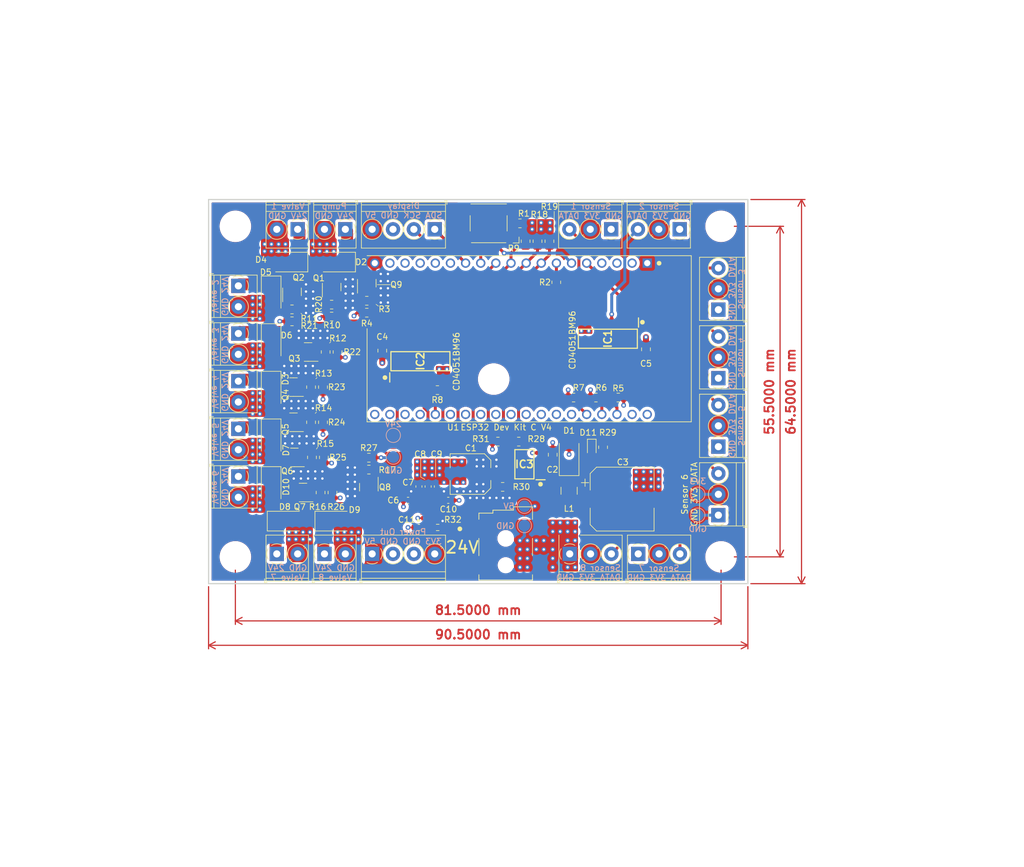
<source format=kicad_pcb>
(kicad_pcb (version 20211014) (generator pcbnew)
  (layers (0 "F.Cu" signal) (1 "In1.Cu" signal) (2 "In2.Cu" signal) (31 "B.Cu" signal) (34 "B.Paste" user) (35 "F.Paste" user) (36 "B.SilkS" user "B.Silkscreen") (37 "F.SilkS" user "F.Silkscreen") (38 "B.Mask" user) (39 "F.Mask" user) (44 "Edge.Cuts" user))
  (net 0 "")
  (net 1 "3V3")
  (net 2 "5V")
  (net 3 "Net-(D2-Pad1)")
  (net 4 "GND")
  (net 5 "Net-(R1-Pad1)")
  (net 6 "Y4.2")
  (net 7 "Y6.2")
  (net 22 "Y7.2")
  (net 23 "Y5.2")
  (net 24 "Net-(D3-Pad1)")
  (net 25 "IO22")
  (net 26 "IO1")
  (net 27 "IO3")
  (net 28 "Y3.2")
  (net 29 "Y0.2")
  (net 30 "Y1.2")
  (net 31 "Y2.2")
  (net 32 "Net-(D4-Pad1)")
  (net 33 "Net-(D5-Pad1)")
  (net 34 "Net-(D6-Pad1)")
  (net 35 "Net-(D7-Pad1)")
  (net 36 "Net-(D8-Pad1)")
  (net 37 "Net-(D9-Pad1)")
  (net 38 "Net-(D10-Pad1)")
  (net 39 "Net-(Q3-Pad1)")
  (net 40 "Y4")
  (net 41 "Y6")
  (net 42 "Y7")
  (net 44 "Net-(Q1-Pad1)")
  (net 45 "/TC")
  (net 48 "Net-(Q2-Pad1)")
  (net 49 "Y5")
  (net 50 "Net-(Q4-Pad1)")
  (net 51 "Net-(Q5-Pad1)")
  (net 52 "Net-(Q6-Pad1)")
  (net 53 "Net-(Q7-Pad1)")
  (net 54 "Net-(Q8-Pad1)")
  (net 55 "Net-(Q9-Pad1)")
  (net 56 "24V")
  (net 57 "IO2")
  (net 58 "IO33")
  (net 59 "IO25")
  (net 60 "IO26")
  (net 61 "Y3")
  (net 62 "Y0")
  (net 63 "Y1")
  (net 64 "Y2")
  (net 65 "IO12")
  (net 66 "IO14")
  (net 67 "IO27")
  (net 68 "/SWE")
  (net 69 "/LED")
  (net 70 "/SWC")
  (net 71 "/CII")
  (net 72 "IO32")
  (net 74 "IO35")
  (net 76 "IO34")
  (net 78 "Net-(C11-Pad1)")
  (net 81 "24V*")
  (net 82 "Net-(IC4-Pad4)")
  (footprint "Resistor_SMD:R_0805_2012Metric" (layer "F.Cu") (at 84.55 80.5)
    (fp_text reference "R3")
    (fp_text value "100")
  )
  (footprint "Resistor_SMD:R_0805_2012Metric" (layer "F.Cu") (at 77.2 95 90)
    (fp_text reference "R23")
    (fp_text value "1M")
  )
  (footprint "PersonalLibrary:CUI_PJ-002BH-SMT-TR" (layer "F.Cu") (at 102.1575 118.8 90)
    (fp_text reference "J1" hide)
    (fp_text value "KH-DC-050-2.0STM")
  )
  (footprint "TerminalBlock_Phoenix:TerminalBlock_Phoenix_PT-1,5-3-3.5-H_1x03_P3.50mm_Horizontal" (layer "F.Cu") (at 118.6 123)
    (fp_text reference "J17" hide)
    (fp_text value "Screw_Terminal_01x03")
  )
  (footprint "SamacSys_Parts:SOIC127P600X175-16N" (layer "F.Cu") (at 93.55 90.65 90)
    (fp_text reference "IC2")
    (fp_text value "CD4051BM96" hide)
  )
  (footprint "Resistor_SMD:R_0805_2012Metric" (layer "F.Cu") (at 123 96.75)
    (fp_text reference "R6")
    (fp_text value "1M")
  )
  (footprint "Resistor_SMD:R_0805_2012Metric" (layer "F.Cu") (at 126.75 96.75 180)
    (fp_text reference "R5")
    (fp_text value "1M")
  )
  (footprint "TerminalBlock_Phoenix:TerminalBlock_Phoenix_PT-1,5-2-3.5-H_1x02_P3.50mm_Horizontal" (layer "F.Cu") (at 69.45 123)
    (fp_text reference "J26" hide)
    (fp_text value "Screw_Terminal_01x02")
  )
  (footprint "Resistor_SMD:R_0805_2012Metric" (layer "F.Cu") (at 113.2 70.5 -90)
    (fp_text reference "R18")
    (fp_text value "1M")
  )
  (footprint "Resistor_SMD:R_0805_2012Metric" (layer "F.Cu") (at 77.35 106.8 90)
    (fp_text reference "R25")
    (fp_text value "1M")
  )
  (footprint "TerminalBlock_Phoenix:TerminalBlock_Phoenix_PT-1,5-3-3.5-H_1x03_P3.50mm_Horizontal" (layer "F.Cu") (at 125.55 68.5 180)
    (fp_text reference "J10" hide)
    (fp_text value "Screw_Terminal_01x03")
  )
  (footprint "TerminalBlock_Phoenix:TerminalBlock_Phoenix_PT-1,5-2-3.5-H_1x02_P3.50mm_Horizontal" (layer "F.Cu") (at 63 94 -90)
    (fp_text reference "J23" hide)
    (fp_text value "Screw_Terminal_01x02")
  )
  (footprint "Resistor_SMD:R_0603_1608Metric" (layer "F.Cu") (at 96.4475 118.56 180)
    (fp_text reference "R32")
    (fp_text value "100")
  )
  (footprint "MountingHole:MountingHole_4.3mm_M4" (layer "F.Cu") (at 144 123.5)
    (fp_text reference "H5" hide)
    (fp_text value "MountingHole")
  )
  (footprint "TerminalBlock_Phoenix:TerminalBlock_Phoenix_PT-1,5-4-3.5-H_1x04_P3.50mm_Horizontal" (layer "F.Cu") (at 95.95 68.5 180)
    (fp_text reference "J3" hide)
    (fp_text value "Screw_Terminal_01x04")
  )
  (footprint "MountingHole:MountingHole_4.3mm_M4" (layer "F.Cu") (at 62.5 123.5)
    (fp_text reference "H1" hide)
    (fp_text value "MountingHole")
  )
  (footprint "Resistor_SMD:R_0805_2012Metric" (layer "F.Cu") (at 76.8 112.7 90)
    (fp_text reference "R16")
    (fp_text value "100")
  )
  (footprint "SamacSys_Parts:SOIC127P600X175-8N" (layer "F.Cu") (at 111 107.95 180)
    (fp_text reference "IC3")
    (fp_text value "MC34063ADR2G" hide)
  )
  (footprint "Package_TO_SOT_SMD:SOT-23" (layer "F.Cu") (at 72 79 90)
    (fp_text reference "Q2")
    (fp_text value "AO3400A")
  )
  (footprint "Capacitor_SMD:C_0805_2012Metric" (layer "F.Cu") (at 131.4 88.65 -90)
    (fp_text reference "C5")
    (fp_text value "100nF")
  )
  (footprint "TerminalBlock_Phoenix:TerminalBlock_Phoenix_PT-1,5-3-3.5-H_1x03_P3.50mm_Horizontal" (layer "F.Cu") (at 143.55 82 90)
    (fp_text reference "J12" hide)
    (fp_text value "Screw_Terminal_01x03")
  )
  (footprint "Resistor_SMD:R_0805_2012Metric" (layer "F.Cu") (at 84.9 106.85 180)
    (fp_text reference "R27")
    (fp_text value "1M")
  )
  (footprint "TerminalBlock_Phoenix:TerminalBlock_Phoenix_PT-1,5-3-3.5-H_1x03_P3.50mm_Horizontal" (layer "F.Cu") (at 137.05 68.5 180)
    (fp_text reference "J11" hide)
    (fp_text value "Screw_Terminal_01x03")
  )
  (footprint "Inductor_SMD:L_1210_3225Metric" (layer "F.Cu") (at 118.5 112.4 90)
    (fp_text reference "L1")
    (fp_text value "220uH")
  )
  (footprint "Diode_SMD:D_SMA" (layer "F.Cu") (at 68.5 111.75 -90)
    (fp_text reference "D10")
    (fp_text value "SS54")
  )
  (footprint "TerminalBlock_Phoenix:TerminalBlock_Phoenix_PT-1,5-2-3.5-H_1x02_P3.50mm_Horizontal" (layer "F.Cu") (at 77.45 123)
    (fp_text reference "J27" hide)
    (fp_text value "Screw_Terminal_01x02")
  )
  (footprint "Resistor_SMD:R_0805_2012Metric" (layer "F.Cu") (at 75.2 100.9 90)
    (fp_text reference "R14")
    (fp_text value "100")
  )
  (footprint "Capacitor_SMD:C_0603_1608Metric" (layer "F.Cu") (at 93.2975 118.56 180)
    (fp_text reference "C11")
    (fp_text value "470pF")
  )
  (footprint "Resistor_SMD:R_0805_2012Metric" (layer "F.Cu") (at 77.2 100.9 90)
    (fp_text reference "R24")
    (fp_text value "1M")
  )
  (footprint "SamacSys_Parts:SON50P300X300X80-11N" (layer "F.Cu") (at 94.85 115.5 90)
    (fp_text reference "IC4" hide)
    (fp_text value "NIS4461MT3TXG" hide)
  )
  (footprint "Diode_SMD:D_SMA" (layer "F.Cu") (at 79.25 117.5)
    (fp_text reference "D9")
    (fp_text value "SS54")
  )
  (footprint "Package_TO_SOT_SMD:SOT-23" (layer "F.Cu") (at 72.25 100.9 180)
    (fp_text reference "Q5")
    (fp_text value "AO3400A")
  )
  (footprint "Resistor_SMD:R_0805_2012Metric" (layer "F.Cu") (at 115.2 70.5 -90)
    (fp_text reference "R19")
    (fp_text value "1M")
  )
  (footprint "PersonalLibrary:MODULE_ESP32-DEVKITC-32D" (layer "F.Cu") (at 111.85 86.8775 -90)
    (fp_text reference "U1")
    (fp_text value "ESP32-DEVKITC-32D")
  )
  (footprint "SamacSys_Parts:SOIC127P600X175-16N" (layer "F.Cu") (at 125 86.8775 -90)
    (fp_text reference "IC1")
    (fp_text value "CD4051BM96" hide)
  )
  (footprint "PersonalLibrary:SW_SPST_Omron_B3FS-100xP_3D" (layer "F.Cu") (at 105 67.5 180)
    (fp_text reference "SW1" hide)
    (fp_text value "SW_MEC_5E")
  )
  (footprint "Capacitor_SMD:C_0603_1608Metric" (layer "F.Cu") (at 91.4725 114.01 180)
    (fp_text reference "C6")
    (fp_text value "100nF")
  )
  (footprint "Capacitor_SMD:C_0603_1608Metric" (layer "F.Cu") (at 94.8475 111.685 90)
    (fp_text reference "C8")
    (fp_text value "100nF")
  )
  (footprint "Package_TO_SOT_SMD:SOT-23" (layer "F.Cu") (at 72.4 106.8 180)
    (fp_text reference "Q6")
    (fp_text value "AO3400A")
  )
  (footprint "Diode_SMD:D_SMA" (layer "F.Cu") (at 118.5 106.45 90)
    (fp_text reference "D1")
    (fp_text value "SS54")
  )
  (footprint "TerminalBlock_Phoenix:TerminalBlock_Phoenix_PT-1,5-3-3.5-H_1x03_P3.50mm_Horizontal" (layer "F.Cu") (at 143.55 105 90)
    (fp_text reference "J14" hide)
    (fp_text value "Screw_Terminal_01x03")
  )
  (footprint "Package_TO_SOT_SMD:SOT-23" (layer "F.Cu") (at 74.7 89.1 180)
    (fp_text reference "Q3")
    (fp_text value "AO3400A")
  )
  (footprint "Package_TO_SOT_SMD:SOT-23" (layer "F.Cu") (at 84.9 111.8 -90)
    (fp_text reference "Q8")
    (fp_text value "AO3400A")
  )
  (footprint "Resistor_SMD:R_0805_2012Metric" (layer "F.Cu") (at 110.25 67.5)
    (fp_text reference "R1")
    (fp_text value "1M")
  )
  (footprint "Diode_SMD:D_SMA" (layer "F.Cu") (at 71.25 117.5)
    (fp_text reference "D8")
    (fp_text value "SS54")
  )
  (footprint "Diode_SMD:D_SMA" (layer "F.Cu") (at 79.25 74 180)
    (fp_text reference "D2")
    (fp_text value "SS54")
  )
  (footprint "Resistor_SMD:R_0805_2012Metric" (layer "F.Cu") (at 75.2 95 -90)
    (fp_text reference "R13")
    (fp_text value "100")
  )
  (footprint "Resistor_SMD:R_0805_2012Metric" (layer "F.Cu") (at 72 83.95)
    (fp_text reference "R21")
    (fp_text value "1M")
  )
  (footprint "Capacitor_SMD:C_0603_1608Metric" (layer "F.Cu") (at 93.2975 111.685 90)
    (fp_text reference "C7")
    (fp_text value "100nF")
  )
  (footprint "Resistor_SMD:R_0805_2012Metric" (layer "F.Cu") (at 72 81.95)
    (fp_text reference "R11")
    (fp_text value "100")
  )
  (footprint "Resistor_SMD:R_0805_2012Metric" (layer "F.Cu") (at 119.25 96.75)
    (fp_text reference "R7")
    (fp_text value "1M")
  )
  (footprint "TerminalBlock_Phoenix:TerminalBlock_Phoenix_PT-1,5-2-3.5-H_1x02_P3.50mm_Horizontal" (layer "F.Cu") (at 63 78 -90)
    (fp_text reference "J21" hide)
    (fp_text value "Screw_Terminal_01x02")
  )
  (footprint "Diode_SMD:D_SMA" (layer "F.Cu") (at 71.25 74 180)
    (fp_text reference "D4")
    (fp_text value "SS54")
  )
  (footprint "Resistor_SMD:R_0805_2012Metric" (layer "F.Cu") (at 111.2 70.5 -90)
    (fp_text reference "R9")
    (fp_text value "1M")
  )
  (footprint "LED_SMD:LED_0603_1608Metric" (layer "F.Cu") (at 122.3 105.225 -90)
    (fp_text reference "D11")
    (fp_text value "LED Blue")
  )
  (footprint "Capacitor_SMD:C_0603_1608Metric" (layer "F.Cu") (at 96.3975 111.685 90)
    (fp_text reference "C9")
    (fp_text value "100nF")
  )
  (footprint "TerminalBlock_Phoenix:TerminalBlock_Phoenix_PT-1,5-2-3.5-H_1x02_P3.50mm_Horizontal" (layer "F.Cu") (at 72.95 68.5 180)
    (fp_text reference "J20" hide)
    (fp_text value "Screw_Terminal_01x02")
  )
  (footprint "Capacitor_SMD:CP_Elec_6.3x7.7" (layer "F.Cu") (at 101.95 109.6 180)
    (fp_text reference "C1")
    (fp_text value "100uF")
  )
  (footprint "TerminalBlock_Phoenix:TerminalBlock_Phoenix_PT-1,5-2-3.5-H_1x02_P3.50mm_Horizontal" (layer "F.Cu") (at 63 86 -90)
    (fp_text reference "J22" hide)
    (fp_text value "Screw_Terminal_01x02")
  )
  (footprint "TerminalBlock_Phoenix:TerminalBlock_Phoenix_PT-1,5-4-3.5-H_1x04_P3.50mm_Horizontal" (layer "F.Cu") (at 85.45 123)
    (fp_text reference "J2" hide)
    (fp_text value "Screw_Terminal_01x04")
  )
  (footprint "MountingHole:MountingHole_4.3mm_M4" (layer "F.Cu") (at 105.85 93.65)
    (fp_text reference "H4" hide)
    (fp_text value "MountingHole")
  )
  (footprint "TerminalBlock_Phoenix:TerminalBlock_Phoenix_PT-1,5-2-3.5-H_1x02_P3.50mm_Horizontal" (layer "F.Cu") (at 63 110 -90)
    (fp_text reference "J25" hide)
    (fp_text value "Screw_Terminal_01x02")
  )
  (footprint "Package_TO_SOT_SMD:SOT-23" (layer "F.Cu") (at 72.25 95 180)
    (fp_text reference "Q4")
    (fp_text value "AO3400A")
  )
  (footprint "Resistor_SMD:R_0805_2012Metric" (layer "F.Cu") (at 106.55 104.15)
    (fp_text reference "R31")
    (fp_text value "1.2k")
  )
  (footprint "TerminalBlock_Phoenix:TerminalBlock_Phoenix_PT-1,5-3-3.5-H_1x03_P3.50mm_Horizontal" (layer "F.Cu") (at 130.1 123)
    (fp_text reference "J16" hide)
    (fp_text value "Screw_Terminal_01x03")
  )
  (footprint "Capacitor_SMD:C_0805_2012Metric" (layer "F.Cu") (at 87.15 88.875 90)
    (fp_text reference "C4")
    (fp_text value "100nF")
  )
  (footprint "Resistor_SMD:R_0805_2012Metric" (layer "F.Cu") (at 78.8 112.7 90)
    (fp_text reference "R26")
    (fp_text value "1M")
  )
  (footprint "TerminalBlock_Phoenix:TerminalBlock_Phoenix_PT-1,5-2-3.5-H_1x02_P3.50mm_Horizontal" (layer "F.Cu") (at 63 102 -90)
    (fp_text reference "J24" hide)
    (fp_text value "Screw_Terminal_01x02")
  )
  (footprint "Resistor_SMD:R_0805_2012Metric" (layer "F.Cu") (at 96.4 95.5 180)
    (fp_text reference "R8")
    (fp_text value "1M")
  )
  (footprint "Package_TO_SOT_SMD:SOT-23" (layer "F.Cu") (at 84.55 77.55 90)
    (fp_text reference "Q9")
    (fp_text value "AO3400A")
  )
  (footprint "Resistor_SMD:R_0805_2012Metric" (layer "F.Cu") (at 78.65 81.15 180)
    (fp_text reference "R10")
    (fp_text value "100")
  )
  (footprint "Resistor_SMD:R_0805_2012Metric" (layer "F.Cu") (at 77.65 89.1 90)
    (fp_text reference "R12")
    (fp_text value "100")
  )
  (footprint "Diode_SMD:D_SMA" (layer "F.Cu") (at 68.5 79.75 -90)
    (fp_text reference "D5")
    (fp_text value "SS54")
  )
  (footprint "Package_TO_SOT_SMD:SOT-23" (layer "F.Cu") (at 73.85 112.7 180)
    (fp_text reference "Q7")
    (fp_text value "AO3400A")
  )
  (footprint "Resistor_SMD:R_0805_2012Metric" (layer "F.Cu") (at 110.05 104.15)
    (fp_text reference "R28")
    (fp_text value "3.6k")
  )
  (footprint "Resistor_SMD:R_0805_2012Metric" (layer "F.Cu") (at 116.35 77.4 90)
    (fp_text reference "R2")
    (fp_text value "1M")
  )
  (footprint "Diode_SMD:D_SMA" (layer "F.Cu") (at 68.5 87.75 -90)
    (fp_text reference "D6")
    (fp_text value "SS54")
  )
  (footprint "Resistor_SMD:R_0805_2012Metric" (layer "F.Cu") (at 107.35 111.75)
    (fp_text reference "R30")
    (fp_text value "0.33")
  )
  (footprint "Package_TO_SOT_SMD:SOT-23" (layer "F.Cu") (at 78.65 78.2 90)
    (fp_text reference "Q1")
    (fp_text value "AO3400A")
  )
  (footprint "TerminalBlock_Phoenix:TerminalBlock_Phoenix_PT-1,5-3-3.5-H_1x03_P3.50mm_Horizontal" (layer "F.Cu") (at 143.55 93.5 90)
    (fp_text reference "J13" hide)
    (fp_text value "Screw_Terminal_01x03")
  )
  (footprint "MountingHole:MountingHole_4.3mm_M4" (layer "F.Cu") (at 144 68)
    (fp_text reference "H2" hide)
    (fp_text value "MountingHole")
  )
  (footprint "Capacitor_SMD:C_0603_1608Metric" (layer "F.Cu") (at 98.2225 114.01)
    (fp_text reference "C10")
    (fp_text value "100nF")
  )
  (footprint "MountingHole:MountingHole_4.3mm_M4" (layer "F.Cu") (at 62.5 68)
    (fp_text reference "H3" hide)
    (fp_text value "MountingHole")
  )
  (footprint "Resistor_SMD:R_0805_2012Metric" (layer "F.Cu") (at 78.65 83.15)
    (fp_text reference "R20")
    (fp_text value "1M")
  )
  (footprint "TerminalBlock_Phoenix:TerminalBlock_Phoenix_PT-1,5-2-3.5-H_1x02_P3.50mm_Horizontal" (layer "F.Cu") (at 80.95 68.5 180)
    (fp_text reference "J4" hide)
    (fp_text value "Screw_Terminal_01x02")
  )
  (footprint "Resistor_SMD:R_0805_2012Metric" (layer "F.Cu") (at 84.9 108.85 180)
    (fp_text reference "R17")
    (fp_text value "100")
  )
  (footprint "Capacitor_SMD:CP_Elec_10x10.5" (layer "F.Cu") (at 127.4 113.8)
    (fp_text reference "C3")
    (fp_text value "470uF")
  )
  (footprint "Diode_SMD:D_SMA" (layer "F.Cu") (at 68.5 103.75 -90)
    (fp_text reference "D7")
    (fp_text value "SS54")
  )
  (footprint "Diode_SMD:D_SMA" (layer "F.Cu") (at 68.5 95.75 -90)
    (fp_text reference "D3")
    (fp_text value "SS54")
  )
  (footprint "Resistor_SMD:R_0805_2012Metric" (layer "F.Cu") (at 84.55 82.5)
    (fp_text reference "R4")
    (fp_text value "1M")
  )
  (footprint "Capacitor_SMD:C_0805_2012Metric" (layer "F.Cu") (at 115.75 106.35 90)
    (fp_text reference "C2")
    (fp_text value "470pF")
  )
  (footprint "Resistor_SMD:R_0805_2012Metric" (layer "F.Cu") (at 124.2 105.1 90)
    (fp_text reference "R29")
    (fp_text value "1.2k")
  )
  (footprint "Resistor_SMD:R_0805_2012Metric" (layer "F.Cu") (at 79.65 89.1 90)
    (fp_text reference "R22")
    (fp_text value "1M")
  )
  (footprint "Resistor_SMD:R_0805_2012Metric" (layer "F.Cu") (at 75.35 106.8 90)
    (fp_text reference "R15")
    (fp_text value "100")
  )
  (footprint "TerminalBlock_Phoenix:TerminalBlock_Phoenix_PT-1,5-3-3.5-H_1x03_P3.50mm_Horizontal" (layer "F.Cu") (at 143.55 116.5 90)
    (fp_text reference "J15" hide)
    (fp_text value "Screw_Terminal_01x03")
  )
  (footprint "TestPoint:TestPoint_Pad_D2.0mm" (layer "B.Cu") (at 140.1 113 180)
    (fp_text reference "TP4" hide)
    (fp_text value "TestPoint")
  )
  (footprint "TestPoint:TestPoint_Pad_D2.0mm" (layer "B.Cu") (at 111 115 180)
    (fp_text reference "TP1" hide)
    (fp_text value "TestPoint")
  )
  (footprint "TestPoint:TestPoint_Pad_D2.0mm" (layer "B.Cu") (at 89 103.1 180)
    (fp_text reference "TP3" hide)
    (fp_text value "TestPoint")
  )
  (footprint "TestPoint:TestPoint_Pad_D2.0mm" (layer "B.Cu") (at 140.1 116.5 180)
    (fp_text reference "TP5" hide)
    (fp_text value "TestPoint")
  )
  (footprint "TestPoint:TestPoint_Pad_D2.0mm" (layer "B.Cu") (at 89 106.75 180)
    (fp_text reference "TP6" hide)
    (fp_text value "TestPoint")
  )
  (footprint "TestPoint:TestPoint_Pad_D2.0mm" (layer "B.Cu") (at 111 118.25 180)
    (fp_text reference "TP2" hide)
    (fp_text value "TestPoint")
  )
  (gr_circle (center 130.8 84.1) (end 131.116228 84.1) (layer "F.SilkS") (width 0.15) (fill solid))
  (gr_line (start 73.7 82.8) (end 73.5 82.6) (layer "F.SilkS") (width 0.1))
  (gr_circle (center 113.7 111.3) (end 114.016228 111.3) (layer "F.SilkS") (width 0.15) (fill solid))
  (gr_line (start 93.6 110.1) (end 94.3 110.5) (layer "F.SilkS") (width 0.1))
  (gr_line (start 113.1 66.7) (end 113.1 68.9) (layer "F.SilkS") (width 0.1))
  (gr_line (start 78.5 87.4) (end 78.3 87.6) (layer "F.SilkS") (width 0.1))
  (gr_line (start 76.2 93.4) (end 76 93.6) (layer "F.SilkS") (width 0.1))
  (gr_line (start 76.1 99.2) (end 75.9 99.4) (layer "F.SilkS") (width 0.1))
  (gr_circle (center 133.6 74.2) (end 133.916228 74.2) (layer "F.SilkS") (width 0.15) (fill solid))
  (gr_circle (center 87.6 93.4) (end 87.916228 93.4) (layer "F.SilkS") (width 0.15) (fill solid))
  (gr_line (start 86.5 81.4) (end 86.1 81.1) (layer "F.SilkS") (width 0.1))
  (gr_line (start 96.1 107) (end 96.1 110.1) (layer "F.SilkS") (width 0.1))
  (gr_line (start 116 65.5) (end 116 68.7) (layer "F.SilkS") (width 0.1))
  (gr_line (start 76.3 105.1) (end 76.1 105.4) (layer "F.SilkS") (width 0.1))
  (gr_line (start 88.5 77.8) (end 86.3 77.8) (layer "F.SilkS") (width 0.1))
  (gr_line (start 93.6 106.9) (end 93.6 110.1) (layer "F.SilkS") (width 0.1))
  (gr_rect (start 148.5 63.5) (end 58 128) (layer "Edge.Cuts") (width 0.2) (fill none))
  (gr_text "Sensor 3\nGND 3V3 DATA" (at 146.6 78.55 270) (layer "B.SilkS") (effects (font (size 1 1)) (justify mirror)))
  (gr_text "GND 24V\nValve 7" (at 71.25 126.15) (layer "B.SilkS") (effects (font (size 1 1)) (justify mirror)))
  (gr_text "24V" (at 89 101.2) (layer "B.SilkS") (effects (font (size 1 1)) (justify mirror)))
  (gr_text "GND" (at 89 109) (layer "B.SilkS") (effects (font (size 1 1)) (justify mirror)))
  (gr_text "GND 24V\nValve 3" (at 59.9 87.8 270) (layer "B.SilkS") (effects (font (size 1 1)) (justify mirror)))
  (gr_text "Display\nSDA SCK GND 5V" (at 90.75 65.35) (layer "B.SilkS") (effects (font (size 1 1)) (justify mirror)))
  (gr_text "Sensor 1\nGND 3V3 DATA" (at 122.15 65.45) (layer "B.SilkS") (effects (font (size 1 1)) (justify mirror)))
  (gr_text "Pump\n24V GND" (at 79.1 65.45) (layer "B.SilkS") (effects (font (size 1 1)) (justify mirror)))
  (gr_text "Sensor 5\nGND 3V3 DATA" (at 146.6 101.5 270) (layer "B.SilkS") (effects (font (size 1 1)) (justify mirror)))
  (gr_text "Sensor 7\nDATA 3V3 GND" (at 133.6 126.2) (layer "B.SilkS") (effects (font (size 1 1)) (justify mirror)))
  (gr_text "Sensor 4\nGND 3V3 DATA" (at 146.6 90.05 270) (layer "B.SilkS") (effects (font (size 1 1)) (justify mirror)))
  (gr_text "Sensor 8\nDATA 3V3 GND" (at 127.25 126.15) (layer "B.SilkS") (effects (font (size 1 1)) (justify left mirror)))
  (gr_text "Sensor 2\nGND 3V3 DATA" (at 133.6 65.45) (layer "B.SilkS") (effects (font (size 1 1)) (justify mirror)))
  (gr_text "5V" (at 108.4 115) (layer "B.SilkS") (effects (font (size 1 1)) (justify mirror)))
  (gr_text "GND" (at 140.1 118.8) (layer "B.SilkS") (effects (font (size 1 1)) (justify mirror)))
  (gr_text "GND 24V\nValve 5" (at 59.9 103.8 270) (layer "B.SilkS") (effects (font (size 1 1)) (justify mirror)))
  (gr_text "Power Out\n3V3 GND GND 5V" (at 90.65 120.1) (layer "B.SilkS") (effects (font (size 1 1)) (justify mirror)))
  (gr_text "GND 24V\nValve 2" (at 59.9 79.75 270) (layer "B.SilkS") (effects (font (size 1 1)) (justify mirror)))
  (gr_text "3V3" (at 140.1 110.8) (layer "B.SilkS") (effects (font (size 1 1)) (justify mirror)))
  (gr_text "Valve 1\n24V GND" (at 71.3 65.45) (layer "B.SilkS") (effects (font (size 1 1)) (justify mirror)))
  (gr_text "GND 24V\nValve 4" (at 59.9 95.8 270) (layer "B.SilkS") (effects (font (size 1 1)) (justify mirror)))
  (gr_text "GND" (at 107.8 118.3) (layer "B.SilkS") (effects (font (size 1 1)) (justify mirror)))
  (gr_text "GND 24V\nValve 6" (at 59.9 111.8 270) (layer "B.SilkS") (effects (font (size 1 1)) (justify mirror)))
  (gr_text "GND 24V\nValve 8" (at 79.25 126.15) (layer "B.SilkS") (effects (font (size 1 1)) (justify mirror)))
  (gr_text "CD4051BM96" (at 99.6 90.7 90) (layer "F.SilkS") (effects (font (size 1 1))))
  (gr_text "Sensor 6\nGND 3V3 DATA" (at 138.7 113 90) (layer "F.SilkS") (effects (font (size 1 1))))
  (gr_text "CD4051BM96" (at 119.05 87.1 90) (layer "F.SilkS") (effects (font (size 1 1))))
  (gr_text "24V" (at 100.55 121.9) (layer "F.SilkS") (effects (font (size 2 2) (thickness 0.3))))
  (gr_text "ESP32 Dev Kit C V4" (at 107.95 101.75) (layer "F.SilkS") (effects (font (size 1 1))))
  (dimension (type aligned) (layer "F.Cu") (pts (xy 144 123.5) (xy 144 68)) (height 9.9) (gr_text "55.5000 mm" (at 152.1 95.75 90) (layer "F.Cu") (effects (font (size 1.5 1.5) (thickness 0.3)))) (format (units 3) (units_format 1) (precision 4)) (style (thickness 0.2) (arrow_length 1.27) (text_position_mode 0) (extension_height 0.58642) (extension_offset 0.5) keep_text_aligned))
  (dimension (type aligned) (layer "F.Cu") (pts (xy 62.5 123.5) (xy 144 123.5)) (height 10.75) (gr_text "81.5000 mm" (at 103.25 132.45) (layer "F.Cu") (effects (font (size 1.5 1.5) (thickness 0.3)))) (format (units 3) (units_format 1) (precision 4)) (style (thickness 0.2) (arrow_length 1.27) (text_position_mode 0) (extension_height 0.58642) (extension_offset 0.5) keep_text_aligned))
  (dimension (type aligned) (layer "F.Cu") (pts (xy 58 128) (xy 148.5 128)) (height 10.35) (gr_text "90.5000 mm" (at 103.25 136.55) (layer "F.Cu") (effects (font (size 1.5 1.5) (thickness 0.3)))) (format (units 3) (units_format 1) (precision 4)) (style (thickness 0.2) (arrow_length 1.27) (text_position_mode 0) (extension_height 0.58642) (extension_offset 0.5) keep_text_aligned))
  (dimension (type aligned) (layer "F.Cu") (pts (xy 148.5 128) (xy 148.5 63.5)) (height 9) (gr_text "64.5000 mm" (at 155.7 95.75 90) (layer "F.Cu") (effects (font (size 1.5 1.5) (thickness 0.3)))) (format (units 3) (units_format 1) (precision 4)) (style (thickness 0.2) (arrow_length 1.27) (text_position_mode 0) (extension_height 0.58642) (extension_offset 0.5) keep_text_aligned))
  (segment (start 109 65.25) (end 118.8 65.25) (width 0.5) (layer "F.Cu") (net 1))
  (segment (start 118.8 65.25) (end 122.05 68.5) (width 0.5) (layer "F.Cu") (net 1))
  (segment (start 101 65.25) (end 109 65.25) (width 0.5) (layer "F.Cu") (net 1))
  (segment (start 143.55 113) (end 140.1 113) (width 0.5) (layer "B.Cu") (net 1))
  (segment (start 129.4475 89.6) (end 129.445 89.6025) (width 1) (layer "F.Cu") (net 2))
  (segment (start 107.48 98.34) (end 107.48 100.92) (width 0.5) (layer "F.Cu") (net 2))
  (segment (start 129 87) (end 111.25 87) (width 0.5) (layer "F.Cu") (net 2))
  (segment (start 104.94 98.33) (end 104.94 100.91) (width 0.5) (layer "F.Cu") (net 2))
  (segment (start 131.4 89.6) (end 129.4475 89.6) (width 1) (layer "F.Cu") (net 2))
  (segment (start 116.35 78.3125) (end 112.2125 78.3125) (width 0.5) (layer "F.Cu") (net 2))
  (segment (start 129.445 87.445) (end 129 87) (width 0.5) (layer "F.Cu") (net 2))
  (segment (start 97.32 98.33) (end 97.32 100.87) (width 0.5) (layer "F.Cu") (net 2))
  (segment (start 99.86 98.33) (end 99.86 100.91) (width 0.5) (layer "F.Cu") (net 2))
  (segment (start 110.02 98.34) (end 110.02 100.92) (width 0.5) (layer "F.Cu") (net 2))
  (segment (start 129.445 89.6025) (end 129.445 87.445) (width 0.5) (layer "F.Cu") (net 2))
  (segment (start 87.15 87.925) (end 89.105 87.925) (width 1) (layer "F.Cu") (net 2))
  (segment (start 102.4 98.33) (end 102.4 100.91) (width 0.5) (layer "F.Cu") (net 2))
  (via (at 112.75 115) (size 0.8) (drill 0.4) (layers "F.Cu" "B.Cu") (net 2))
  (segment (start 111 115) (end 112.75 115) (width 0.5) (layer "B.Cu") (net 2))
  (segment (start 81.25 74) (end 81.25 68.8) (width 2) (layer "F.Cu") (net 3))
  (segment (start 81.25 74) (end 81.9375 74) (width 2) (layer "F.Cu") (net 3))
  (segment (start 81.9375 74) (end 84.55 76.6125) (width 2) (layer "F.Cu") (net 3))
  (segment (start 81.25 68.8) (end 80.95 68.5) (width 2) (layer "F.Cu") (net 3))
  (segment (start 77.7375 83.15) (end 76.95002 83.15) (width 0.5) (layer "F.Cu") (net 4))
  (segment (start 93.85 117) (end 93.1 117) (width 0.3) (layer "F.Cu") (net 4))
  (segment (start 83.6375 82.5) (end 82.9505 82.5) (width 0.5) (layer "F.Cu") (net 4))
  (segment (start 92.5225 118.56) (end 91.47 118.56) (width 0.3) (layer "F.Cu") (net 4))
  (segment (start 122.3 104.4375) (end 118.5125 104.4375) (width 0.5) (layer "F.Cu") (net 4))
  (segment (start 80.9375 90.0125) (end 80.95 90) (width 0.5) (layer "F.Cu") (net 4))
  (segment (start 87.15 89.825) (end 87.15 90.95) (width 1) (layer "F.Cu") (net 4))
  (segment (start 118.5125 104.4375) (end 118.5 104.45) (width 0.5) (layer "F.Cu") (net 4))
  (segment (start 105.6375 105.4425) (end 105.63 105.45) (width 0.5) (layer "F.Cu") (net 4))
  (segment (start 90.6975 115.0975) (end 90.7 115.1) (width 0.5) (layer "F.Cu") (net 4))
  (segment (start 113.712 106.045) (end 112.355 106.045) (width 0.5) (layer "F.Cu") (net 4))
  (segment (start 71.0875 83.95) (end 69.95 83.95) (width 0.5) (layer "F.Cu") (net 4))
  (segment (start 80.0875 113.6125) (end 80.1 113.6) (width 0.5) (layer "F.Cu") (net 4))
  (segment (start 115.75 105.4) (end 115.75 104.3) (width 0.5) (layer "F.Cu") (net 4))
  (segment (start 78.8 113.6125) (end 80.0875 113.6125) (width 0.5) (layer "F.Cu") (net 4))
  (segment (start 77.35 107.7125) (end 78.6125 107.7125) (width 0.5) (layer "F.Cu") (net 4))
  (segment (start 85.8125 106.85) (end 86.95 106.85) (width 0.5) (layer "F.Cu") (net 4))
  (segment (start 118.3375 96.75) (end 118.3375 95.4625) (width 0.5) (layer "F.Cu") (net 4))
  (segment (start 105.6375 104.15) (end 105.6375 105.4425) (width 0.5) (layer "F.Cu") (net 4))
  (segment (start 82.9505 82.5) (end 82.4 83.0505) (width 0.5) (layer "F.Cu") (net 4))
  (segment (start 118.5 104.45) (end 118.5 106.3) (width 0.5) (layer "F.Cu") (net 4))
  (segment (start 98.9975 114.01) (end 100.05 114.01) (width 0.5) (layer "F.Cu") (net 4))
  (segment (start 77.2 101.8125) (end 77.2 102.95) (width 0.5) (layer "F.Cu") (net 4))
  (segment (start 76.95002 83.15) (end 76.65 83.45002) (width 0.5) (layer "F.Cu") (net 4))
  (segment (start 122.0875 96.75) (end 122.0875 95.4625) (width 0.5) (layer "F.Cu") (net 4))
  (segment (start 78.6125 107.7125) (end 78.65 107.75) (width 0.5) (layer "F.Cu") (net 4))
  (segment (start 118.3375 95.4625) (end 118.35 95.45) (width 0.5) (layer "F.Cu") (net 4))
  (segment (start 122.0875 95.4625) (end 122.1 95.45) (width 0.5) (layer "F.Cu") (net 4))
  (segment (start 79.65 90.0125) (end 80.9375 90.0125) (width 0.5) (layer "F.Cu") (net 4))
  (segment (start 112.355 106.045) (end 112.35 106.05) (width 0.5) (layer "F.Cu") (net 4))
  (segment (start 90.6975 114.01) (end 90.6975 115.0975) (width 0.5) (layer "F.Cu") (net 4))
  (segment (start 127.6625 98.0375) (end 127.65 98.05) (width 0.5) (layer "F.Cu") (net 4))
  (segment (start 77.2 95.9125) (end 77.2 97.05) (width 0.5) (layer "F.Cu") (net 4))
  (segment (start 127.6625 96.75) (end 127.6625 98.0375) (width 0.5) (layer "F.Cu") (net 4))
  (segment (start 131.4 87.7) (end 131.4 86.6) (width 1) (layer "F.Cu") (net 4))
  (via (at 66.6 107.45) (size 0.8) (drill 0.4) (layers "F.Cu" "B.Cu") (net 4))
  (via (at 65.4 112.05) (size 0.8) (drill 0.4) (layers "F.Cu" "B.Cu") (net 4))
  (via (at 65.4 81.15) (size 0.8) (drill 0.4) (layers "F.Cu" "B.Cu") (net 4))
  (via (at 97.5 111) (size 0.8) (drill 0.4) (layers "F.Cu" "B.Cu") (net 4))
  (via (at 65.4 88) (size 0.8) (drill 0.4) (layers "F.Cu" "B.Cu") (net 4))
  (via (at 96.7 92) (size 0.8) (drill 0.4) (layers "F.Cu" "B.Cu") (net 4))
  (via (at 69.75 72.2) (size 0.8) (drill 0.4) (layers "F.Cu" "B.Cu") (net 4))
  (via (at 118.5 106.3) (size 0.8) (drill 0.4) (layers "F.Cu" "B.Cu") (net 4))
  (via (at 100.75 111) (size 0.8) (drill 0.4) (layers "F.Cu" "B.Cu") (net 4))
  (via (at 121.8 85.55) (size 0.8) (drill 0.4) (layers "F.Cu" "B.Cu") (net 4))
  (via (at 66.6 91.5) (size 0.8) (drill 0.4) (layers "F.Cu" "B.Cu") (net 4))
  (via (at 94.25 108.6) (size 0.8) (drill 0.4) (layers "F.Cu" "B.Cu") (net 4))
  (via (at 129.75 111.7) (size 0.8) (drill 0.4) (layers "F.Cu" "B.Cu") (net 4))
  (via (at 132.25 111.7) (size 0.8) (drill 0.4) (layers "F.Cu" "B.Cu") (net 4))
  (via (at 94.25 109.75) (size 0.8) (drill 0.4) (layers "F.Cu" "B.Cu") (net 4))
  (via (at 78.65 107.75) (size 0.8) (drill 0.4) (layers "F.Cu" "B.Cu") (net 4))
  (via (at 66.6 98.35) (size 0.8) (drill 0.4) (layers "F.Cu" "B.Cu") (net 4))
  (via (at 73.85 120.55) (size 0.8) (drill 0.4) (layers "F.Cu" "B.Cu") (net 4))
  (via (at 66.6 97.15) (size 0.8) (drill 0.4) (layers "F.Cu" "B.Cu") (net 4))
  (via (at 114.25 122.25) (size 0.8) (drill 0.4) (layers "F.Cu" "B.Cu") (net 4))
  (via (at 80.95 90) (size 0.8) (drill 0.4) (layers "F.Cu" "B.Cu") (net 4))
  (via (at 75 119.35) (size 0.8) (drill 0.4) (layers "F.Cu" "B.Cu") (net 4))
  (via (at 66.6 112.05) (size 0.8) (drill 0.4) (layers "F.Cu" "B.Cu") (net 4))
  (via (at 66.6 113.2) (size 0.8) (drill 0.4) (layers "F.Cu" "B.Cu") (net 4))
  (via (at 133.5 110.45) (size 0.8) (drill 0.4) (layers "F.Cu" "B.Cu") (net 4))
  (via (at 65.4 105.1) (size 0.8) (drill 0.4) (layers "F.Cu" "B.Cu") (net 4))
  (via (at 112.3 68.5) (size 0.8) (drill 0.4) (layers "F.Cu" "B.Cu") (net 4))
  (via (at 80.1 113.6) (size 0.8) (drill 0.4) (layers "F.Cu" "B.Cu") (net 4))
  (via (at 111.5 120.75) (size 0.8) (drill 0.4) (layers "F.Cu" "B.Cu") (net 4))
  (via (at 65.4 90.35) (size 0.8) (drill 0.4) (layers "F.Cu" "B.Cu") (net 4))
  (via (at 66.6 115.55) (size 0.8) (drill 0.4) (layers "F.Cu" "B.Cu") (net 4))
  (via (at 77.2 97.05) (size 0.8) (drill 0.4) (layers "F.Cu" "B.Cu") (net 4))
  (via (at 66.6 83.5) (size 0.8) (drill 0.4) (layers "F.Cu" "B.Cu") (net 4))
  (via (at 110.25 122.25) (size 0.8) (drill 0.4) (layers "F.Cu" "B.Cu") (net 4))
  (via (at 112.3 67.4) (size 0.8) (drill 0.4) (layers "F.Cu" "B.Cu") (net 4))
  (via (at 67.4 72.2) (size 0.8) (drill 0.4) (layers "F.Cu" "B.Cu") (net 4))
  (via (at 114.25 120.75) (size 0.8) (drill 0.4) (layers "F.Cu" "B.Cu") (net 4))
  (via (at 66.6 106.3) (size 0.8) (drill 0.4) (layers "F.Cu" "B.Cu") (net 4))
  (via (at 66.6 99.5) (size 0.8) (drill 0.4) (layers "F.Cu" "B.Cu") (net 4))
  (via (at 132.25 109.2) (size 0.8) (drill 0.4) (layers "F.Cu" "B.Cu") (net 4))
  (via (at 99.25 107.5) (size 0.8) (drill 0.4) (layers "F.Cu" "B.Cu") (net 4))
  (via (at 66.6 103.95) (size 0.8) (drill 0.4) (layers "F.Cu" "B.Cu") (net 4))
  (via (at 93 109.75) (size 0.8) (drill 0.4) (layers "F.Cu" "B.Cu") (net 4))
  (via (at 122.1 95.45) (size 0.8) (drill 0.4) (layers "F.Cu" "B.Cu") (net 4))
  (via (at 111.5 125.25) (size 0.8) (drill 0.4) (layers "F.Cu" "B.Cu") (net 4))
  (via (at 66.6 81.15) (size 0.8) (drill 0.4) (layers "F.Cu" "B.Cu") (net 4))
  (via (at 69.95 83.95) (size 0.8) (drill 0.4) (layers "F.Cu" "B.Cu") (net 4))
  (via (at 65.4 114.4) (size 0.8) (drill 0.4) (layers "F.Cu" "B.Cu") (net 4))
  (via (at 66.6 82.35) (size 0.8) (drill 0.4) (layers "F.Cu" "B.Cu") (net 4))
  (via (at 70.9 72.2) (size 0.8) (drill 0.4) (layers "F.Cu" "B.Cu") (net 4))
  (via (at 99.7 111) (size 0.8) (drill 0.4) (layers "F.Cu" "B.Cu") (net 4))
  (via (at 66.6 80) (size 0.8) (drill 0.4) (layers "F.Cu" "B.Cu") (net 4))
  (via (at 133.5 111.7) (size 0.8) (drill 0.4) (layers "F.Cu" "B.Cu") (net 4))
  (via (at 111.5 122.25) (size 0.8) (drill 0.4) (layers "F.Cu" "B.Cu") (net 4))
  (via (at 65.4 82.35) (size 0.8) (drill 0.4) (layers "F.Cu" "B.Cu") (net 4))
  (via (at 115.75 119.25) (size 0.8) (drill 0.4) (layers "F.Cu" "B.Cu") (net 4))
  (via (at 83.15 120.55) (size 0.8) (drill 0.4) (layers "F.Cu" "B.Cu") (net 4))
  (via (at 71.5 119.35) (size 0.8) (drill 0.4) (layers "F.Cu" "B.Cu") (net 4))
  (via (at 131 110.45) (size 0.8) (drill 0.4) (layers "F.Cu" "B.Cu") (net 4))
  (via (at 112.35 106.05) (size 0.8) (drill 0.4) (layers "F.Cu" "B.Cu") (net 4))
  (via (at 65.4 91.5) (size 0.8) (drill 0.4) (layers "F.Cu" "B.Cu") (net 4))
  (via (at 110.25 123.75) (size 0.8) (drill 0.4) (layers "F.Cu" "B.Cu") (net 4))
  (via (at 80.8 120.55) (size 0.8) (drill 0.4) (layers "F.Cu" "B.Cu") (net 4))
  (via (at 65.4 99.5) (size 0.8) (drill 0.4) (layers "F.Cu" "B.Cu") (net 4))
  (via (at 79.65 119.35) (size 0.8) (drill 0.4) (layers "F.Cu" "B.Cu") (net 4))
  (via (at 95.5 107.5) (size 0.8) (drill 0.4) (layers "F.Cu" "B.Cu") (net 4))
  (via (at 93 107.5) (size 0.8) (drill 0.4) (layers "F.Cu" "B.Cu") (net 4))
  (via (at 66.6 114.4) (size 0.8) (drill 0.4) (layers "F.Cu" "B.Cu") (net 4))
  (via (at 98 92) (size 0.8) (drill 0.4) (layers "F.Cu" "B.Cu") (net 4))
  (via (at 65.4 113.2) (size 0.8) (drill 0.4) (layers "F.Cu" "B.Cu") (net 4))
  (via (at 67.4 71) (size 0.8) (drill 0.4) (layers "F.Cu" "B.Cu") (net 4))
  (via (at 77.85 72.2) (size 0.8) (drill 0.4) (layers "F.Cu" "B.Cu") (net 4))
  (via (at 93.1 117) (size 0.8) (drill 0.4) (layers "F.Cu" "B.Cu") (net 4))
  (via (at 105.63 105.45) (size 0.8) (drill 0.4) (layers "F.Cu" "B.Cu") (net 4))
  (via (at 100.5 107.5) (size 0.8) (drill 0.4) (layers "F.Cu" "B.Cu") (net 4))
  (via (at 68.55 72.2) (size 0.8) (drill 0.4) (layers "F.Cu" "B.Cu") (net 4))
  (via (at 71.5 120.55) (size 0.8) (drill 0.4) (layers "F.Cu" "B.Cu") (net 4))
  (via (at 113 120.75) (size 0.8) (drill 0.4) (layers "F.Cu" "B.Cu") (net 4))
  (via (at 131.4 86.6) (size 0.8) (drill 0.4) (layers "F.Cu" "B.Cu") (net 4))
  (via (at 79 72.2) (size 0.8) (drill 0.4) (layers "F.Cu" "B.Cu") (net 4))
  (via (at 115.3 68.5) (size 0.8) (drill 0.4) (layers "F.Cu" "B.Cu") (net 4))
  (via (at 65.4 98.35) (size 0.8) (drill 0.4) (layers "F.Cu" "B.Cu") (net 4))
  (via (at 93 108.6) (size 0.8) (drill 0.4) (layers "F.Cu" "B.Cu") (net 4))
  (via (at 65.4 103.95) (size 0.8) (drill 0.4) (layers "F.Cu" "B.Cu") (net 4))
  (via (at 66.6 88) (size 0.8) (drill 0.4) (layers "F.Cu" "B.Cu") (net 4))
  (via (at 80.8 119.35) (size 0.8) (drill 0.4) (layers "F.Cu" "B.Cu") (net 4))
  (via (at 110.25 125.25) (size 0.8) (drill 0.4) (layers "F.Cu" "B.Cu") (net 4))
  (via (at 96.75 109.75) (size 0.8) (drill 0.4) (layers "F.Cu" "B.Cu") (net 4))
  (via (at 72.65 119.35) (size 0.8) (drill 0.4) (layers "F.Cu" "B.Cu") (net 4))
  (via (at 115.75 123.75) (size 0.8) (drill 0.4) (layers "F.Cu" "B.Cu") (net 4))
  (via (at 120.55 85.55) (size 0.8) (drill 0.4) (layers "F.Cu" "B.Cu") (net 4))
  (via (at 127.65 98.05) (size 0.8) (drill 0.4) (layers "F.Cu" "B.Cu") (net 4))
  (via (at 90.7 115.1) (size 0.8) (drill 0.4) (layers "F.Cu" "B.Cu") (net 4))
  (via (at 69.75 71) (size 0.8) (drill 0.4) (layers "F.Cu" "B.Cu") (net 4))
  (via (at 75.5 71) (size 0.8) (drill 0.4) (layers "F.Cu" "B.Cu") (net 4))
  (via (at 65.4 106.3) (size 0.8) (drill 0.4) (layers "F.Cu" "B.Cu") (net 4))
  (via (at 96.75 107.5) (size 0.8) (drill 0.4) (layers "F.Cu" "B.Cu") (net 4))
  (via (at 65.4 83.5) (size 0.8) (drill 0.4) (layers "F.Cu" "B.Cu") (net 4))
  (via (at 129.75 110.45) (size 0.8) (drill 0.4) (layers "F.Cu" "B.Cu") (net 4))
  (via (at 118.25 119.25) (size 0.8) (drill 0.4) (layers "F.Cu" "B.Cu") (net 4))
  (via (at 117 117.75) (size 0.8) (drill 0.4) (layers "F.Cu" "B.Cu") (net 4))
  (via (at 73.85 119.35) (size 0.8) (drill 0.4) (layers "F.Cu" "B.Cu") (net 4))
  (via (at 119.5 117.75) (size 0.8) (drill 0.4) (layers "F.Cu" "B.Cu") (net 4))
  (via (at 113 122.25) (size 0.8) (drill 0.4) (layers "F.Cu" "B.Cu") (net 4))
  (via (at 66.6 105.1) (size 0.8) (drill 0.4) (layers "F.Cu" "B.Cu") (net 4))
  (via (at 129.75 109.2) (size 0.8) (drill 0.4) (layers "F.Cu" "B.Cu") (net 4))
  (via (at 95.5 109.75) (size 0.8) (drill 0.4) (layers "F.Cu" "B.Cu") (net 4))
  (via (at 79.65 120.55) (size 0.8) (drill 0.4) (layers "F.Cu" "B.Cu") (net 4))
  (via (at 131 109.2) (size 0.8) (drill 0.4) (layers "F.Cu" "B.Cu") (net 4))
  (via (at 115.3 67.4) (size 0.8) (drill 0.4) (layers "F.Cu" "B.Cu") (net 4))
  (via (at 132.25 110.45) (size 0.8) (drill 0.4) (layers "F.Cu" "B.Cu") (net 4))
  (via (at 65.4 107.45) (size 0.8) (drill 0.4) (layers "F.Cu" "B.Cu") (net 4))
  (via (at 119.5 120.75) (size 0.8) (drill 0.4) (layers "F.Cu" "B.Cu") (net 4))
  (via (at 95.5 108.6) (size 0.8) (drill 0.4) (layers "F.Cu" "B.Cu") (net 4))
  (via (at 98 107.5) (size 0.8) (drill 0.4) (layers "F.Cu" "B.Cu") (net 4))
  (via (at 72.65 120.55) (size 0.8) (drill 0.4) (layers "F.Cu" "B.Cu") (net 4))
  (via (at 118.25 120.75) (size 0.8) (drill 0.4) (layers "F.Cu" "B.Cu") (net 4))
  (via (at 76.65 72.2) (size 0.8) (drill 0.4) (layers "F.Cu" "B.Cu") (net 4))
  (via (at 115.75 104.3) (size 0.8) (drill 0.4) (layers "F.Cu" "B.Cu") (net 4))
  (via (at 96.75 108.6) (size 0.8) (drill 0.4) (layers "F.Cu" "B.Cu") (net 4))
  (via (at 76.65 83.45002) (size 0.8) (drill 0.4) (layers "F.Cu" "B.Cu") (net 4))
  (via (at 100.05 114.01) (size 0.8) (drill 0.4) (layers "F.Cu" "B.Cu") (net 4))
  (via (at 113.8 68.5) (size 0.8) (drill 0.4) (layers "F.Cu" "B.Cu") (net 4))
  (via (at 117 119.25) (size 0.8) (drill 0.4) (layers "F.Cu" "B.Cu") (net 4))
  (via (at 77.85 71) (size 0.8) (drill 0.4) (layers "F.Cu" "B.Cu") (net 4))
  (via (at 77.2 102.95) (size 0.8) (drill 0.4) (layers "F.Cu" "B.Cu") (net 4))
  (via (at 70.9 71) (size 0.8) (drill 0.4) (layers "F.Cu" "B.Cu") (net 4))
  (via (at 119.5 125.25) (size 0.8) (drill 0.4) (layers "F.Cu" "B.Cu") (net 4))
  (via (at 115.75 117.75) (size 0.8) (drill 0.4) (layers "F.Cu" "B.Cu") (net 4))
  (via (at 115.75 125.25) (size 0.8) (drill 0.4) (layers "F.Cu" "B.Cu") (net 4))
  (via (at 76.65 71) (size 0.8) (drill 0.4) (layers "F.Cu" "B.Cu") (net 4))
  (via (at 66.6 90.35) (size 0.8) (drill 0.4) (layers "F.Cu" "B.Cu") (net 4))
  (via (at 115.75 122.25) (size 0.8) (drill 0.4) (layers "F.Cu" "B.Cu") (net 4))
  (via (at 66.6 96) (size 0.8) (drill 0.4) (layers "F.Cu" "B.Cu") (net 4))
  (via (at 119.5 119.25) (size 0.8) (drill 0.4) (layers "F.Cu" "B.Cu") (net 4))
  (via (at 66.6 89.15) (size 0.8) (drill 0.4) (layers "F.Cu" "B.Cu") (net 4))
  (via (at 115.75 120.75) (size 0.8) (drill 0.4) (layers "F.Cu" "B.Cu") (net 4))
  (via (at 118.25 125.25) (size 0.8) (drill 0.4) (layers "F.Cu" "B.Cu") (net 4))
  (via (at 94.25 107.5) (size 0.8) (drill 0.4) (layers "F.Cu" "B.Cu") (net 4))
  (via (at 113.8 67.4) (size 0.8) (drill 0.4) (layers "F.Cu" "B.Cu") (net 4))
  (via (at 65.4 97.15) (size 0.8) (drill 0.4) (layers "F.Cu" "B.Cu") (net 4))
  (via (at 82 120.55) (size 0.8) (drill 0.4) (layers "F.Cu" "B.Cu") (net 4))
  (via (at 86.95 106.85) (size 0.8) (drill 0.4) (layers "F.Cu" "B.Cu") (net 4))
  (via (at 118.25 117.75) (size 0.8) (drill 0.4) (layers "F.Cu" "B.Cu") (net 4))
  (via (at 82.4 83.0505) (size 0.8) (drill 0.4) (layers "F.Cu" "B.Cu") (net 4))
  (via (at 65.4 80) (size 0.8) (drill 0.4) (layers "F.Cu" "B.Cu") (net 4))
  (via (at 133.5 109.2) (size 0.8) (drill 0.4) (layers "F.Cu" "B.Cu") (net 4))
  (via (at 91.47 118.56) (size 0.8) (drill 0.4) (layers "F.Cu" "B.Cu") (net 4))
  (via (at 87.15 90.95) (size 0.8) (drill 0.4) (layers "F.Cu" "B.Cu") (net 4))
  (via (at 75 120.55) (size 0.8) (drill 0.4) (layers "F.Cu" "B.Cu") (net 4))
  (via (at 83.15 119.35) (size 0.8) (drill 0.4) (layers "F.Cu" "B.Cu") (net 4))
  (via (at 68.55 71) (size 0.8) (drill 0.4) (layers "F.Cu" "B.Cu") (net 4))
  (via (at 75.5 72.2) (size 0.8) (drill 0.4) (layers "F.Cu" "B.Cu") (net 4))
  (via (at 65.4 115.55) (size 0.8) (drill 0.4) (layers "F.Cu" "B.Cu") (net 4))
  (via (at 65.4 96) (size 0.8) (drill 0.4) (layers "F.Cu" "B.Cu") (net 4))
  (via (at 65.4 89.15) (size 0.8) (drill 0.4) (layers "F.Cu" "B.Cu") (net 4))
  (via (at 110.25 120.75) (size 0.8) (drill 0.4) (layers "F.Cu" "B.Cu") (net 4))
  (via (at 118.35 95.45) (size 0.8) (drill 0.4) (layers "F.Cu" "B.Cu") (net 4))
  (via (at 79 71) (size 0.8) (drill 0.4) (layers "F.Cu" "B.Cu") (net 4))
  (via (at 131 111.7) (size 0.8) (drill 0.4) (layers "F.Cu" "B.Cu") (net 4))
  (via (at 82 119.35) (size 0.8) (drill 0.4) (layers "F.Cu" "B.Cu") (net 4))
  (via (at 111.5 123.75) (size 0.8) (drill 0.4) (layers "F.Cu" "B.Cu") (net 4))
  (segment (start 143.55 116.5) (end 140.1 116.5) (width 0.5) (layer "B.Cu") (net 4))
  (segment (start 86.95 106.85) (end 88.9 106.85) (width 0.5) (layer "B.Cu") (net 4))
  (segment (start 88.9 106.85) (end 89 106.75) (width 0.5) (layer "B.Cu") (net 4))
  (segment (start 111 118.25) (end 111 120) (width 0.5) (layer "B.Cu") (net 4))
  (segment (start 111 120) (end 110.25 120.75) (width 0.5) (layer "B.Cu") (net 4))
  (segment (start 109 69.75) (end 109 68.85) (width 0.5) (layer "F.Cu") (net 5))
  (segment (start 109 68.85) (end 109.3375 68.5125) (width 0.5) (layer "F.Cu") (net 5))
  (segment (start 109.3375 68.5125) (end 109.3375 67.5) (width 0.5) (layer "F.Cu") (net 5))
  (segment (start 129.445 84.1525) (end 141.2025 84.1525) (width 0.5) (layer "F.Cu") (net 6))
  (segment (start 141.2025 84.1525) (end 143.55 86.5) (width 0.5) (layer "F.Cu") (net 6))
  (segment (start 136.1 75) (end 143.55 75) (width 0.5) (layer "F.Cu") (net 7))
  (segment (start 128.175 84.1525) (end 128.175 82.925) (width 0.5) (layer "F.Cu") (net 7))
  (segment (start 128.175 82.925) (end 136.1 75) (width 0.5) (layer "F.Cu") (net 7))
  (segment (start 125.635 82.765) (end 125.65 82.75) (width 0.5) (layer "F.Cu") (net 22))
  (segment (start 125.635 84.1525) (end 125.635 82.765) (width 0.5) (layer "F.Cu") (net 22))
  (via (at 125.65 82.75) (size 0.8) (drill 0.4) (layers "F.Cu" "B.Cu") (net 22))
  (segment (start 127.840489 77.259511) (end 127.840489 70.709511) (width 0.5) (layer "B.Cu") (net 22))
  (segment (start 125.65 82.75) (end 125.65 79.45) (width 0.5) (layer "B.Cu") (net 22))
  (segment (start 127.840489 70.709511) (end 130.05 68.5) (width 0.5) (layer "B.Cu") (net 22))
  (segment (start 125.65 79.45) (end 127.840489 77.259511) (width 0.5) (layer "B.Cu") (net 22))
  (segment (start 124.365 84.1525) (end 124.365 81.565) (width 0.5) (layer "F.Cu") (net 23))
  (segment (start 124.365 81.565) (end 120.139511 77.339511) (width 0.5) (layer "F.Cu") (net 23))
  (segment (start 120.139511 77.339511) (end 120.139511 70.089511) (width 0.5) (layer "F.Cu") (net 23))
  (segment (start 120.139511 70.089511) (end 118.55 68.5) (width 0.5) (layer "F.Cu") (net 23))
  (segment (start 71.3125 95) (end 69.75 95) (width 2) (layer "F.Cu") (net 24))
  (segment (start 63.25 93.75) (end 63 94) (width 2) (layer "F.Cu") (net 24))
  (segment (start 68.5 93.75) (end 63.25 93.75) (width 2) (layer "F.Cu") (net 24))
  (segment (start 69.75 95) (end 68.5 93.75) (width 2) (layer "F.Cu") (net 24))
  (segment (start 123.095 91.895) (end 123.095 89.6025) (width 0.5) (layer "F.Cu") (net 25))
  (segment (start 126.53 98.43) (end 125.8375 97.7375) (width 0.5) (layer "F.Cu") (net 25))
  (segment (start 125.8375 97.7375) (end 125.8375 96.75) (width 0.5) (layer "F.Cu") (net 25))
  (segment (start 126.53 99.5775) (end 126.53 98.43) (width 0.5) (layer "F.Cu") (net 25))
  (segment (start 125.8375 94.6375) (end 123.095 91.895) (width 0.5) (layer "F.Cu") (net 25))
  (segment (start 125.8375 96.75) (end 125.8375 94.6375) (width 0.5) (layer "F.Cu") (net 25))
  (segment (start 123.99 96.8275) (end 123.9125 96.75) (width 0.5) (layer "F.Cu") (net 26))
  (segment (start 123.99 99.5775) (end 123.99 96.8275) (width 0.5) (layer "F.Cu") (net 26))
  (segment (start 123.9125 96.75) (end 123.9125 95.3625) (width 0.5) (layer "F.Cu") (net 26))
  (segment (start 123.9125 95.3625) (end 121.825 93.275) (width 0.5) (layer "F.Cu") (net 26))
  (segment (start 121.825 93.275) (end 121.825 89.6025) (width 0.5) (layer "F.Cu") (net 26))
  (segment (start 120.1625 98.29) (end 121.45 99.5775) (width 0.5) (layer "F.Cu") (net 27))
  (segment (start 120.555 90.995) (end 120.555 89.6025) (width 0.5) (layer "F.Cu") (net 27))
  (segment (start 120.1625 91.3875) (end 120.555 90.995) (width 0.5) (layer "F.Cu") (net 27))
  (segment (start 120.1625 96.75) (end 120.1625 98.29) (width 0.5) (layer "F.Cu") (net 27))
  (segment (start 120.1625 96.75) (end 120.1625 91.3875) (width 0.5) (layer "F.Cu") (net 27))
  (segment (start 135.5 115.2) (end 131.3 119.4) (width 0.5) (layer "F.Cu") (net 28))
  (segment (start 135.5 100.25) (end 135.5 115.2) (width 0.5) (layer "F.Cu") (net 28))
  (segment (start 130.25 97.5) (end 132.75 97.5) (width 0.5) (layer "F.Cu") (net 28))
  (segment (start 129.2 119.4) (end 131.3 119.4) (width 0.5) (layer "F.Cu") (net 28))
  (segment (start 124.365 89.6025) (end 124.365 91.615) (width 0.5) (layer "F.Cu") (net 28))
  (segment (start 125.6 123) (end 129.2 119.4) (width 0.5) (layer "F.Cu") (net 28))
  (segment (start 124.365 91.615) (end 130.25 97.5) (width 0.5) (layer "F.Cu") (net 28))
  (segment (start 132.75 97.5) (end 135.5 100.25) (width 0.5) (layer "F.Cu") (net 28))
  (segment (start 137.1 123) (end 137.1 99) (width 0.5) (layer "F.Cu") (net 29))
  (segment (start 133.4 95.3) (end 129.75 95.3) (width 0.5) (layer "F.Cu") (net 29))
  (segment (start 137.1 99) (end 133.4 95.3) (width 0.5) (layer "F.Cu") (net 29))
  (segment (start 125.635 91.185) (end 125.635 89.6025) (width 0.5) (layer "F.Cu") (net 29))
  (segment (start 129.75 95.3) (end 125.635 91.185) (width 0.5) (layer "F.Cu") (net 29))
  (segment (start 129.05 93) (end 135 93) (width 0.5) (layer "F.Cu") (net 30))
  (segment (start 126.905 90.855) (end 129.05 93) (width 0.5) (layer "F.Cu") (net 30))
  (segment (start 135 93) (end 140.1 98.1) (width 0.5) (layer "F.Cu") (net 30))
  (segment (start 140.1 98.1) (end 140.1 106.05) (width 0.5) (layer "F.Cu") (net 30))
  (segment (start 140.1 106.05) (end 143.55 109.5) (width 0.5) (layer "F.Cu") (net 30))
  (segment (start 126.905 89.6025) (end 126.905 90.855) (width 0.5) (layer "F.Cu") (net 30))
  (segment (start 129 91.4) (end 136.95 91.4) (width 0.5) (layer "F.Cu") (net 31))
  (segment (start 136.95 91.4) (end 143.55 98) (width 0.5) (layer "F.Cu") (net 31))
  (segment (start 128.175 90.575) (end 129 91.4) (width 0.5) (layer "F.Cu") (net 31))
  (segment (start 128.175 89.6025) (end 128.175 90.575) (width 0.5) (layer "F.Cu") (net 31))
  (segment (start 75.6 76.35) (end 77.7375 76.35) (width 2) (layer "F.Cu") (net 32))
  (segment (start 77.7375 76.35) (end 78.65 77.2625) (width 2) (layer "F.Cu") (net 32))
  (segment (start 75.6 76.35) (end 73.25 74) (width 2) (layer "F.Cu") (net 32))
  (segment (start 73.25 74) (end 73.25 68.8) (width 2) (layer "F.Cu") (net 32))
  (segment (start 73.25 68.8) (end 72.95 68.5) (width 2) (layer "F.Cu") (net 32))
  (segment (start 68.5 77.75) (end 71.6875 77.75) (width 2) (layer "F.Cu") (net 33))
  (segment (start 71.6875 77.75) (end 72 78.0625) (width 2) (layer "F.Cu") (net 33))
  (segment (start 63.25 77.75) (end 63 78) (width 2) (layer "F.Cu") (net 33))
  (segment (start 68.5 77.75) (end 63.25 77.75) (width 2) (layer "F.Cu") (net 33))
  (segment (start 70.75 86.6) (end 70.75 88.4) (width 2) (layer "F.Cu") (net 34))
  (segment (start 63.25 85.75) (end 63 86) (width 2) (layer "F.Cu") (net 34))
  (segment (start 69.9 85.75) (end 70.75 86.6) (width 2) (layer "F.Cu") (net 34))
  (segment (start 70.75 88.4) (end 71.45 89.1) (width 2) (layer "F.Cu") (net 34))
  (segment (start 68.5 85.75) (end 69.9 85.75) (width 2) (layer "F.Cu") (net 34))
  (segment (start 71.45 89.1) (end 73.7625 89.1) (width 2) (layer "F.Cu") (net 34))
  (segment (start 68.5 85.75) (end 63.25 85.75) (width 2) (layer "F.Cu") (net 34))
  (segment (start 68.5 101.75) (end 63.25 101.75) (width 2) (layer "F.Cu") (net 35))
  (segment (start 71.3125 100.9) (end 69.35 100.9) (width 2) (layer "F.Cu") (net 35))
  (segment (start 63.25 101.75) (end 63 102) (width 2) (layer "F.Cu") (net 35))
  (segment (start 69.35 100.9) (end 68.5 101.75) (width 2) (layer "F.Cu") (net 35))
  (segment (start 69.25 117.5) (end 70.8 115.95) (width 2) (layer "F.Cu") (net 36))
  (segment (start 70.8 113.6) (end 71.7 112.7) (width 2) (layer "F.Cu") (net 36))
  (segment (start 69.25 117.5) (end 69.25 122.8) (width 2) (layer "F.Cu") (net 36))
  (segment (start 70.8 115.95) (end 70.8 113.6) (width 2) (layer "F.Cu") (net 36))
  (segment (start 69.25 122.8) (end 69.45 123) (width 2) (layer "F.Cu") (net 36))
  (segment (start 71.7 112.7) (end 72.9125 112.7) (width 2) (layer "F.Cu") (net 36))
  (segment (start 84.9 113.95) (end 83.52548 115.32452) (width 2) (layer "F.Cu") (net 37))
  (segment (start 83.52548 115.32452) (end 79.42548 115.32452) (width 2) (layer "F.Cu") (net 37))
  (segment (start 77.25 122.8) (end 77.45 123) (width 2) (layer "F.Cu") (net 37))
  (segment (start 79.42548 115.32452) (end 77.25 117.5) (width 2) (layer "F.Cu") (net 37))
  (segment (start 77.25 117.5) (end 77.25 122.8) (width 2) (layer "F.Cu") (net 37))
  (segment (start 84.9 112.7375) (end 84.9 113.95) (width 2) (layer "F.Cu") (net 37))
  (segment (start 71.4625 106.8) (end 71.45 106.8) (width 2) (layer "F.Cu") (net 38))
  (segment (start 63.25 109.75) (end 63 110) (width 2) (layer "F.Cu") (net 38))
  (segment (start 68.5 109.75) (end 63.25 109.75) (width 2) (layer "F.Cu") (net 38))
  (segment (start 71.45 106.8) (end 68.5 109.75) (width 2) (layer "F.Cu") (net 38))
  (segment (start 77.65 90.0125) (end 75.675 90.0125) (width 0.5) (layer "F.Cu") (net 39))
  (segment (start 75.675 90.0125) (end 75.6375 90.05) (width 0.5) (layer "F.Cu") (net 39))
  (segment (start 77.2 99.9875) (end 77.2 98.95) (width 0.5) (layer "F.Cu") (net 40))
  (segment (start 77.2 99.9875) (end 75.2 99.9875) (width 0.5) (layer "F.Cu") (net 40))
  (segment (start 82.775 93.375) (end 89.105 93.375) (width 0.5) (layer "F.Cu") (net 40))
  (segment (start 77.2 98.95) (end 82.775 93.375) (width 0.5) (layer "F.Cu") (net 40))
  (segment (start 77.35 104.1) (end 83.6 97.85) (width 0.5) (layer "F.Cu") (net 41))
  (segment (start 86.8 97.85) (end 90.375 94.275) (width 0.5) (layer "F.Cu") (net 41))
  (segment (start 77.35 105.8875) (end 77.35 104.1) (width 0.5) (layer "F.Cu") (net 41))
  (segment (start 83.6 97.85) (end 86.8 97.85) (width 0.5) (layer "F.Cu") (net 41))
  (segment (start 90.375 94.275) (end 90.375 93.375) (width 0.5) (layer "F.Cu") (net 41))
  (segment (start 77.35 105.8875) (end 75.35 105.8875) (width 0.5) (layer "F.Cu") (net 41))
  (segment (start 80.2 109.3) (end 80.2 106.05) (width 0.5) (layer "F.Cu") (net 42))
  (segment (start 88.5 103.05) (end 89.659511 101.890489) (width 0.5) (layer "F.Cu") (net 42))
  (segment (start 80.2 106.05) (end 83.2 103.05) (width 0.5) (layer "F.Cu") (net 42))
  (segment (start 78.8 110.7) (end 80.2 109.3) (width 0.5) (layer "F.Cu") (net 42))
  (segment (start 78.8 111.7875) (end 76.8 111.7875) (width 0.5) (layer "F.Cu") (net 42))
  (segment (start 78.8 111.7875) (end 78.8 110.7) (width 0.5) (layer "F.Cu") (net 42))
  (segment (start 89.659511 101.890489) (end 89.659511 97.840489) (width 0.5) (layer "F.Cu") (net 42))
  (segment (start 89.659511 97.840489) (end 92.915 94.585) (width 0.5) (layer "F.Cu") (net 42))
  (segment (start 92.915 94.585) (end 92.915 93.375) (width 0.5) (layer "F.Cu") (net 42))
  (segment (start 83.2 103.05) (end 88.5 103.05) (width 0.5) (layer "F.Cu") (net 42))
  (segment (start 77.7375 81.15) (end 77.7375 79.175) (width 0.5) (layer "F.Cu") (net 44))
  (segment (start 77.7375 79.175) (end 77.7 79.1375) (width 0.5) (layer "F.Cu") (net 44))
  (segment (start 115.735 107.315) (end 115.75 107.3) (width 0.5) (layer "F.Cu") (net 45))
  (segment (start 113.712 107.315) (end 115.735 107.315) (width 0.5) (layer "F.Cu") (net 45))
  (segment (start 71.0875 81.95) (end 71.0875 79.975) (width 0.5) (layer "F.Cu") (net 48))
  (segment (start 71.0875 79.975) (end 71.05 79.9375) (width 0.5) (layer "F.Cu") (net 48))
  (segment (start 94.185 93.375) (end 94.185 98.485) (width 0.5) (layer "F.Cu") (net 49))
  (segment (start 83.9875 105.8625) (end 83.9875 106.85) (width 0.5) (layer "F.Cu") (net 49))
  (segment (start 94.820489 99.120489) (end 94.820489 103.729511) (width 0.5) (layer "F.Cu") (net 49))
  (segment (start 84.75 105.1) (end 83.9875 105.8625) (width 0.5) (layer "F.Cu") (net 49))
  (segment (start 93.45 105.1) (end 84.75 105.1) (width 0.5) (layer "F.Cu") (net 49))
  (segment (start 94.820489 103.729511) (end 93.45 105.1) (width 0.5) (layer "F.Cu") (net 49))
  (segment (start 94.185 98.485) (end 94.820489 99.120489) (width 0.5) (layer "F.Cu") (net 49))
  (segment (start 83.9875 106.85) (end 83.9875 108.85) (width 0.5) (layer "F.Cu") (net 49))
  (segment (start 73.225 95.9125) (end 73.1875 95.95) (width 0.5) (layer "F.Cu") (net 50))
  (segment (start 75.2 95.9125) (end 73.225 95.9125) (width 0.5) (layer "F.Cu") (net 50))
  (segment (start 73.225 101.8125) (end 73.1875 101.85) (width 0.5) (layer "F.Cu") (net 51))
  (segment (start 75.2 101.8125) (end 73.225 101.8125) (width 0.5) (layer "F.Cu") (net 51))
  (segment (start 73.375 107.7125) (end 73.3375 107.75) (width 0.5) (layer "F.Cu") (net 52))
  (segment (start 75.35 107.7125) (end 73.375 107.7125) (width 0.5) (layer "F.Cu") (net 52))
  (segment (start 76.8 113.6125) (end 74.825 113.6125) (width 0.5) (layer "F.Cu") (net 53))
  (segment (start 74.825 113.6125) (end 74.7875 113.65) (width 0.5) (layer "F.Cu") (net 53))
  (segment (start 85.8125 110.825) (end 85.85 110.8625) (width 0.5) (layer "F.Cu") (net 54))
  (segment (start 85.8125 108.85) (end 85.8125 110.825) (width 0.5) (layer "F.Cu") (net 54))
  (segment (start 83.6375 80.5) (end 83.6375 78.525) (width 0.5) (layer "F.Cu") (net 55))
  (segment (start 83.6375 78.525) (end 83.6 78.4875) (width 0.5) (layer "F.Cu") (net 55))
  (segment (start 97.2725 118.56) (end 97.2725 117.4775) (width 0.5) (layer "F.Cu") (net 56))
  (segment (start 97.2725 117.4775) (end 97.275 117.475) (width 0.5) (layer "F.Cu") (net 56))
  (via (at 103 112.5) (size 0.8) (drill 0.4) (layers "F.Cu" "B.Cu") (net 56))
  (via (at 107.4 113.6) (size 0.8) (drill 0.4) (layers "F.Cu" "B.Cu") (net 56))
  (via (at 72.05 104.45) (size 0.8) (drill 0.4) (layers "F.Cu" "B.Cu") (net 56))
  (via (at 75.65 104.45) (size 0.8) (drill 0.4) (layers "F.Cu" "B.Cu") (net 56))
  (via (at 75.5 97.35) (size 0.8) (drill 0.4) (layers "F.Cu" "B.Cu") (net 56))
  (via (at 92 112.5) (size 0.8) (drill 0.4) (layers "F.Cu" "B.Cu") (net 56))
  (via (at 75.9 110.35) (size 0.8) (drill 0.4) (layers "F.Cu" "B.Cu") (net 56))
  (via (at 81 80.5) (size 0.8) (drill 0.4) (layers "F.Cu" "B.Cu") (net 56))
  (via (at 75.5 92.65) (size 0.8) (drill 0.4) (layers "F.Cu" "B.Cu") (net 56))
  (via (at 74.3 92.65) (size 0.8) (drill 0.4) (layers "F.Cu" "B.Cu") (net 56))
  (via (at 75.65 103.25) (size 0.8) (drill 0.4) (layers "F.Cu" "B.Cu") (net 56))
  (via (at 104.1 108.3) (size 0.8) (drill 0.4) (layers "F.Cu" "B.Cu") (net 56))
  (via (at 86.9 76) (size 0.8) (drill 0.4) (layers "F.Cu" "B.Cu") (net 56))
  (via (at 74.35 86.75) (size 0.8) (drill 0.4) (layers "F.Cu" "B.Cu") (net 56))
  (via (at 74.45 103.25) (size 0.8) (drill 0.4) (layers "F.Cu" "B.Cu") (net 56))
  (via (at 73.15 86.75) (size 0.8) (drill 0.4) (layers "F.Cu" "B.Cu") (net 56))
  (via (at 73.1 98.55) (size 0.8) (drill 0.4) (layers "F.Cu" "B.Cu") (net 56))
  (via (at 70.7 91.45) (size 0.8) (drill 0.4) (layers "F.Cu" "B.Cu") (net 56))
  (via (at 74.7 109.15) (size 0.8) (drill 0.4) (layers "F.Cu" "B.Cu") (net 56))
  (via (at 82.2 78.1) (size 0.8) (drill 0.4) (layers "F.Cu" "B.Cu") (net 56))
  (via (at 97.5 112.5) (size 0.8) (drill 0.4) (layers "F.Cu" "B.Cu") (net 56))
  (via (at 70.7 97.35) (size 0.8) (drill 0.4) (layers "F.Cu" "B.Cu") (net 56))
  (via (at 75.5 91.45) (size 0.8) (drill 0.4) (layers "F.Cu" "B.Cu") (net 56))
  (via (at 73.1 92.65) (size 0.8) (drill 0.4) (layers "F.Cu" "B.Cu") (net 56))
  (via (at 82.2 81.7) (size 0.8) (drill 0.4) (layers "F.Cu" "B.Cu") (net 56))
  (via (at 71.9 91.45) (size 0.8) (drill 0.4) (layers "F.Cu" "B.Cu") (net 56))
  (via (at 72.3 110.35) (size 0.8) (drill 0.4) (layers "F.Cu" "B.Cu") (net 56))
  (via (at 70.85 104.45) (size 0.8) (drill 0.4) (layers "F.Cu" "B.Cu") (net 56))
  (via (at 73.25 103.25) (size 0.8) (drill 0.4) (layers "F.Cu" "B.Cu") (net 56))
  (via (at 73.5 109.15) (size 0.8) (drill 0.4) (layers "F.Cu" "B.Cu") (net 56))
  (via (at 86.9 77.2) (size 0.8) (drill 0.4) (layers "F.Cu" "B.Cu") (net 56))
  (via (at 101.9 112.5) (size 0.8) (drill 0.4) (layers "F.Cu" "B.Cu") (net 56))
  (via (at 73.15 85.55) (size 0.8) (drill 0.4) (layers "F.Cu" "B.Cu") (net 56))
  (via (at 97.275 117.475) (size 0.8) (drill 0.4) (layers "F.Cu" "B.Cu") (net 56))
  (via (at 70.85 103.25) (size 0.8) (drill 0.4) (layers "F.Cu" "B.Cu") (net 56))
  (via (at 74.35 80.15) (size 0.8) (drill 0.4) (layers "F.Cu" "B.Cu") (net 56))
  (via (at 103 107.2) (size 0.8) (drill 0.4) (layers "F.Cu" "B.Cu") (net 56))
  (via (at 70.7 92.65) (size 0.8) (drill 0.4) (layers "F.Cu" "B.Cu") (net 56))
  (via (at 77.1 110.35) (size 0.8) (drill 0.4) (layers "F.Cu" "B.Cu") (net 56))
  (via (at 74.3 91.45) (size 0.8) (drill 0.4) (layers "F.Cu" "B.Cu") (net 56))
  (via (at 71.9 92.65) (size 0.8) (drill 0.4) (layers "F.Cu" "B.Cu") (net 56))
  (via (at 71.9 97.35) (size 0.8) (drill 0.4) (layers "F.Cu" "B.Cu") (net 56))
  (via (at 77.95 85.55) (size 0.8) (drill 0.4) (layers "F.Cu" "B.Cu") (net 56))
  (via (at 108.5 113.6) (size 0.8) (drill 0.4) (layers "F.Cu" "B.Cu") (net 56))
  (via (at 74.45 104.45) (size 0.8) (drill 0.4) (layers "F.Cu" "B.Cu") (net 56))
  (via (at 81.35 108.5) (size 0.8) (drill 0.4) (layers "F.Cu" "B.Cu") (net 56))
  (via (at 106.3 108.3) (size 0.8) (drill 0.4) (layers "F.Cu" "B.Cu") (net 56))
  (via (at 75.55 85.55) (size 0.8) (drill 0.4) (layers "F.Cu" "B.Cu") (net 56))
  (via (at 81.35 109.7) (size 0.8) (drill 0.4) (layers "F.Cu" "B.Cu") (net 56))
  (via (at 74.35 78.95) (size 0.8) (drill 0.4) (layers "F.Cu" "B.Cu") (net 56))
  (via (at 75.55 86.75) (size 0.8) (drill 0.4) (layers "F.Cu" "B.Cu") (net 56))
  (via (at 88.1 77.2) (size 0.8) (drill 0.4) (layers "F.Cu" "B.Cu") (net 56))
  (via (at 74.35 81.35) (size 0.8) (drill 0.4) (layers "F.Cu" "B.Cu") (net 56))
  (via (at 74.35 85.55) (size 0.8) (drill 0.4) (layers "F.Cu" "B.Cu") (net 56))
  (via (at 81 79.3) (size 0.8) (drill 0.4) (layers "F.Cu" "B.Cu") (net 56))
  (via (at 72.05 103.25) (size 0.8) (drill 0.4) (layers "F.Cu" "B.Cu") (net 56))
  (via (at 86.9 80.8) (size 0.8) (drill 0.4) (layers "F.Cu" "B.Cu") (net 56))
  (via (at 103 108.3) (size 0.8) (drill 0.4) (layers "F.Cu" "B.Cu") (net 56))
  (via (at 76.75 86.75) (size 0.8) (drill 0.4) (layers "F.Cu" "B.Cu") (net 56))
  (via (at 72.3 109.15) (size 0.8) (drill 0.4) (layers "F.Cu" "B.Cu") (net 56))
  (via (at 82.55 108.5) (size 0.8) (drill 0.4) (layers "F.Cu" "B.Cu") (net 56))
  (via (at 82.55 109.7) (size 0.8) (drill 0.4) (layers "F.Cu" "B.Cu") (net 56))
  (via (at 74.35 77.75) (size 0.8) (drill 0.4) (layers "F.Cu" "B.Cu") (net 56))
  (via (at 77.1 109.15) (size 0.8) (drill 0.4) (layers "F.Cu" "B.Cu") (net 56))
  (via (at 82.2 79.3) (size 0.8) (drill 0.4) (layers "F.Cu" "B.Cu") (net 56))
  (via (at 106.3 113.6) (size 0.8) (drill 0.4) (layers "F.Cu" "B.Cu") (net 56))
  (via (at 73.25 104.45) (size 0.8) (drill 0.4) (layers "F.Cu" "B.Cu") (net 56))
  (via (at 82.2 76.9) (size 0.8) (drill 0.4) (layers "F.Cu" "B.Cu") (net 56))
  (via (at 99.7 112.5) (size 0.8) (drill 0.4) (layers "F.Cu" "B.Cu") (net 56))
  (via (at 74.35 82.55) (size 0.8) (drill 0.4) (layers "F.Cu" "B.Cu") (net 56))
  (via (at 75.55 82.55) (size 0.8) (drill 0.4) (layers "F.Cu" "B.Cu") (net 56))
  (via (at 82.55 112.1) (size 0.8) (drill 0.4) (layers "F.Cu" "B.Cu") (net 56))
  (via (at 73.1 97.35) (size 0.8) (drill 0.4) (layers "F.Cu" "B.Cu") (net 56))
  (via (at 81 78.1) (size 0.8) (drill 0.4) (layers "F.Cu" "B.Cu") (net 56))
  (via (at 86.9 79.6) (size 0.8) (drill 0.4) (layers "F.Cu" "B.Cu") (net 56))
  (via (at 75.5 98.55) (size 0.8) (drill 0.4) (layers "F.Cu" "B.Cu") (net 56))
  (via (at 88.1 78.4) (size 0.8) (drill 0.4) (layers "F.Cu" "B.Cu") (net 56))
  (via (at 82.55 110.9) (size 0.8) (drill 0.4) (layers "F.Cu" "B.Cu") (net 56))
  (via (at 74.3 98.55) (size 0.8) (drill 0.4) (layers "F.Cu" "B.Cu") (net 56))
  (via (at 76.75 85.55) (size 0.8) (drill 0.4) (layers "F.Cu" "B.Cu") (net 56))
  (via (at 73.1 91.45) (size 0.8) (drill 0.4) (layers "F.Cu" "B.Cu") (net 56))
  (via (at 81.35 112.1) (size 0.8) (drill 0.4) (layers "F.Cu" "B.Cu") (net 56))
  (via (at 74.7 110.35) (size 0.8) (drill 0.4) (layers "F.Cu" "B.Cu") (net 56))
  (via (at 75.9 109.15) (size 0.8) (drill 0.4) (layers "F.Cu" "B.Cu") (net 56))
  (via (at 104.1 111.3) (size 0.8) (drill 0.4) (layers "F.Cu" "B.Cu") (net 56))
  (via (at 82.2 80.5) (size 0.8) (drill 0.4) (layers "F.Cu" "B.Cu") (net 56))
  (via (at 81 81.7) (size 0.8) (drill 0.4) (layers "F.Cu" "B.Cu") (net 56))
  (via (at 104.1 107.2) (size 0.8) (drill 0.4) (layers "F.Cu" "B.Cu") (net 56))
  (via (at 75.55 80.15) (size 0.8) (drill 0.4) (layers "F.Cu" "B.Cu") (net 56))
  (via (at 103 111.3) (size 0.8) (drill 0.4) (layers "F.Cu" "B.Cu") (net 56))
  (via (at 71.9 98.55) (size 0.8) (drill 0.4) (layers "F.Cu" "B.Cu") (net 56))
  (via (at 77.95 86.75) (size 0.8) (drill 0.4) (layers "F.Cu" "B.Cu") (net 56))
  (via (at 88.1 80.8) (size 0.8) (drill 0.4) (layers "F.Cu" "B.Cu") (net 56))
  (via (at 100.8 112.5) (size 0.8) (drill 0.4) (layers "F.Cu" "B.Cu") (net 56))
  (via (at 81 76.9) (size 0.8) (drill 0.4) (layers "F.Cu" "B.Cu") (net 56))
  (via (at 88.1 76) (size 0.8) (drill 0.4) (layers "F.Cu" "B.Cu") (net 56))
  (via (at 104.1 112.5) (size 0.8) (drill 0.4) (layers "F.Cu" "B.Cu") (net 56))
  (via (at 75.55 81.35) (size 0.8) (drill 0.4) (layers "F.Cu" "B.Cu") (net 56))
  (via (at 103 113.6) (size 0.8) (drill 0.4) (layers "F.Cu" "B.Cu") (net 56))
  (via (at 101.9 113.6) (size 0.8) (drill 0.4) (layers "F.Cu" "B.Cu") (net 56))
  (via (at 86.9 78.4) (size 0.8) (drill 0.4) (layers "F.Cu" "B.Cu") (net 56))
  (via (at 74.3 97.35) (size 0.8) (drill 0.4) (layers "F.Cu" "B.Cu") (net 56))
  (via (at 104.1 113.6) (size 0.8) (drill 0.4) (layers "F.Cu" "B.Cu") (net 56))
  (via (at 82.55 113.3) (size 0.8) (drill 0.4) (layers "F.Cu" "B.Cu") (net 56))
  (via (at 88.1 79.6) (size 0.8) (drill 0.4) (layers "F.Cu" "B.Cu") (net 56))
  (via (at 81.35 110.9) (size 0.8) (drill 0.4) (layers "F.Cu" "B.Cu") (net 56))
  (via (at 75.55 78.95) (size 0.8) (drill 0.4) (layers "F.Cu" "B.Cu") (net 56))
  (via (at 105.2 113.6) (size 0.8) (drill 0.4) (layers "F.Cu" "B.Cu") (net 56))
  (via (at 73.5 110.35) (size 0.8) (drill 0.4) (layers "F.Cu" "B.Cu") (net 56))
  (via (at 106.3 107.2) (size 0.8) (drill 0.4) (layers "F.Cu" "B.Cu") (net 56))
  (via (at 81.35 113.3) (size 0.8) (drill 0.4) (layers "F.Cu" "B.Cu") (net 56))
  (via (at 70.7 98.55) (size 0.8) (drill 0.4) (layers "F.Cu" "B.Cu") (net 56))
  (segment (start 95.455 93.375) (end 95.455 95.4425) (width 0.5) (layer "F.Cu") (net 57))
  (segment (start 95.455 95.4425) (end 95.4625 95.45) (width 0.5) (layer "F.Cu") (net 57))
  (segment (start 96.05 98) (end 95.4625 97.4125) (width 0.5) (layer "F.Cu") (net 57))
  (segment (start 95.4625 97.4125) (end 95.4625 95.45) (width 0.5) (layer "F.Cu") (net 57))
  (segment (start 96.05 99.5775) (end 96.05 98) (width 0.5) (layer "F.Cu") (net 57))
  (segment (start 115.2 71.4125) (end 115.2 72.8075) (width 0.5) (layer "F.Cu") (net 58))
  (segment (start 110.825 77.1825) (end 113.83 74.1775) (width 0.5) (layer "F.Cu") (net 58))
  (segment (start 110.825 82.55) (end 110.825 77.1825) (width 0.5) (layer "F.Cu") (net 58))
  (segment (start 97.995 87.925) (end 105.45 87.925) (width 0.5) (layer "F.Cu") (net 58))
  (segment (start 105.45 87.925) (end 110.825 82.55) (width 0.5) (layer "F.Cu") (net 58))
  (segment (start 115.2 72.8075) (end 113.83 74.1775) (width 0.5) (layer "F.Cu") (net 58))
  (segment (start 113.2 71.4125) (end 113.2 72.2675) (width 0.5) (layer "F.Cu") (net 59))
  (segment (start 108.91 81.56) (end 104.58 85.89) (width 0.5) (layer "F.Cu") (net 59))
  (segment (start 97.45 85.89) (end 96.725 86.615) (width 0.5) (layer "F.Cu") (net 59))
  (segment (start 111.29 74.1775) (end 108.91 76.5575) (width 0.5) (layer "F.Cu") (net 59))
  (segment (start 104.58 85.89) (end 97.45 85.89) (width 0.5) (layer "F.Cu") (net 59))
  (segment (start 96.725 86.615) (end 96.725 87.925) (width 0.5) (layer "F.Cu") (net 59))
  (segment (start 113.2 72.2675) (end 111.29 74.1775) (width 0.5) (layer "F.Cu") (net 59))
  (segment (start 108.91 76.5575) (end 108.91 81.56) (width 0.5) (layer "F.Cu") (net 59))
  (segment (start 108.75 72.5) (end 108.75 74.1775) (width 0.5) (layer "F.Cu") (net 60))
  (segment (start 107.22 75.7075) (end 108.75 74.1775) (width 0.5) (layer "F.Cu") (net 60))
  (segment (start 111.2 71.4125) (end 109.8375 71.4125) (width 0.5) (layer "F.Cu") (net 60))
  (segment (start 103.7 84.19) (end 107.22 80.67) (width 0.5) (layer "F.Cu") (net 60))
  (segment (start 109.8375 71.4125) (end 108.75 72.5) (width 0.5) (layer "F.Cu") (net 60))
  (segment (start 107.22 80.67) (end 107.22 75.7075) (width 0.5) (layer "F.Cu") (net 60))
  (segment (start 95.455 85.275) (end 96.54 84.19) (width 0.5) (layer "F.Cu") (net 60))
  (segment (start 95.455 87.925) (end 95.455 85.275) (width 0.5) (layer "F.Cu") (net 60))
  (segment (start 96.54 84.19) (end 103.7 84.19) (width 0.5) (layer "F.Cu") (net 60))
  (segment (start 81.05 83.9) (end 92.7 83.9) (width 0.5) (layer "F.Cu") (net 61))
  (segment (start 94.185 85.385) (end 94.185 87.925) (width 0.5) (layer "F.Cu") (net 61))
  (segment (start 80.3 83.15) (end 81.05 83.9) (width 0.5) (layer "F.Cu") (net 61))
  (segment (start 79.5625 83.15) (end 79.5625 81.15) (width 0.5) (layer "F.Cu") (net 61))
  (segment (start 92.7 83.9) (end 94.185 85.385) (width 0.5) (layer "F.Cu") (net 61))
  (segment (start 79.5625 83.15) (end 80.3 83.15) (width 0.5) (layer "F.Cu") (net 61))
  (segment (start 78.69952 84.29952) (end 74.49952 84.29952) (width 0.5) (layer "F.Cu") (net 62))
  (segment (start 72.9125 83.95) (end 72.9125 81.95) (width 0.5) (layer "F.Cu") (net 62))
  (segment (start 91.95 84.75) (end 79.15 84.75) (width 0.5) (layer "F.Cu") (net 62))
  (segment (start 74.49952 84.29952) (end 74.15 83.95) (width 0.5) (layer "F.Cu") (net 62))
  (segment (start 92.915 85.715) (end 91.95 84.75) (width 0.5) (layer "F.Cu") (net 62))
  (segment (start 92.915 87.925) (end 92.915 85.715) (width 0.5) (layer "F.Cu") (net 62))
  (segment (start 79.15 84.75) (end 78.69952 84.29952) (width 0.5) (layer "F.Cu") (net 62))
  (segment (start 74.15 83.95) (end 72.9125 83.95) (width 0.5) (layer "F.Cu") (net 62))
  (segment (start 80.8625 88.1875) (end 79.65 88.1875) (width 0.5) (layer "F.Cu") (net 63))
  (segment (start 91.645 87.925) (end 91.645 85.995) (width 0.5) (layer "F.Cu") (net 63))
  (segment (start 91.3 85.65) (end 83.4 85.65) (width 0.5) (layer "F.Cu") (net 63))
  (segment (start 91.645 85.995) (end 91.3 85.65) (width 0.5) (layer "F.Cu") (net 63))
  (segment (start 79.65 88.1875) (end 77.65 88.1875) (width 0.5) (layer "F.Cu") (net 63))
  (segment (start 83.4 85.65) (end 80.8625 88.1875) (width 0.5) (layer "F.Cu") (net 63))
  (segment (start 90.375 87.925) (end 90.375 86.925) (width 0.5) (layer "F.Cu") (net 64))
  (segment (start 77.2 92.95) (end 77.2 94.0875) (width 0.5) (layer "F.Cu") (net 64))
  (segment (start 90.150489 86.700489) (end 86.199511 86.700489) (width 0.5) (layer "F.Cu") (net 64))
  (segment (start 81.42 91.48) (end 78.67 91.48) (width 0.5) (layer "F.Cu") (net 64))
  (segment (start 86.199511 86.700489) (end 81.42 91.48) (width 0.5) (layer "F.Cu") (net 64))
  (segment (start 90.375 86.925) (end 90.150489 86.700489) (width 0.5) (layer "F.Cu") (net 64))
  (segment (start 78.67 91.48) (end 77.2 92.95) (width 0.5) (layer "F.Cu") (net 64))
  (segment (start 77.2 94.0875) (end 75.2 94.0875) (width 0.5) (layer "F.Cu") (net 64))
  (segment (start 101.13 74.1775) (end 99.5525 72.6) (width 0.5) (layer "F.Cu") (net 65))
  (segment (start 99.5525 72.6) (end 96.55 72.6) (width 0.5) (layer "F.Cu") (net 65))
  (segment (start 96.55 72.6) (end 92.45 68.5) (width 0.5) (layer "F.Cu") (net 65))
  (segment (start 98.65 71.2) (end 95.95 68.5) (width 0.5) (layer "F.Cu") (net 66))
  (segment (start 102.55 71.2) (end 98.65 71.2) (width 0.5) (layer "F.Cu") (net 66))
  (segment (start 103.67 74.1775) (end 103.67 72.32) (width 0.5) (layer "F.Cu") (net 66))
  (segment (start 103.67 72.32) (end 102.55 71.2) (width 0.5) (layer "F.Cu") (net 66))
  (segment (start 85.4625 82.5) (end 85.4625 80.5) (width 0.5) (layer "F.Cu") (net 67))
  (segment (start 105.02 80.46) (end 105.02 75.3675) (width 0.5) (layer "F.Cu") (net 67))
  (segment (start 105.02 75.3675) (end 106.21 74.1775) (width 0.5) (layer "F.Cu") (net 67))
  (segment (start 102.98 82.5) (end 105.02 80.46) (width 0.5) (layer "F.Cu") (net 67))
  (segment (start 85.4625 82.5) (end 102.98 82.5) (width 0.5) (layer "F.Cu") (net 67))
  (segment (start 113.712 108.585) (end 118.365 108.585) (width 0.5) (layer "F.Cu") (net 68))
  (segment (start 118.365 108.585) (end 118.5 108.45) (width 0.5) (layer "F.Cu") (net 68))
  (segment (start 118.5 111) (end 118.5 108.45) (width 0.5) (layer "F.Cu") (net 68))
  (segment (start 124.2 106.0125) (end 122.3 106.0125) (width 0.5) (layer "F.Cu") (net 69))
  (segment (start 108.288 109.855) (end 113.712 109.855) (width 0.5) (layer "F.Cu") (net 70))
  (segment (start 108.288 108.585) (end 108.288 109.855) (width 0.5) (layer "F.Cu") (net 70))
  (segment (start 108.288 109.855) (end 108.288 111.7245) (width 0.5) (layer "F.Cu") (net 70))
  (segment (start 108.288 111.7245) (end 108.2625 111.75) (width 0.5) (layer "F.Cu") (net 70))
  (segment (start 116.37 76.4675) (end 116.35 76.4875) (width 0.5) (layer "F.Cu") (net 72))
  (segment (start 118.4 78.4) (end 118.4 77.3) (width 0.5) (layer "F.Cu") (net 72))
  (segment (start 123.095 83.095) (end 118.4 78.4) (width 0.5) (layer "F.Cu") (net 72))
  (segment (start 117.5875 76.4875) (end 116.35 76.4875) (width 0.5) (layer "F.Cu") (net 72))
  (segment (start 116.37 74.1775) (end 116.37 76.4675) (width 0.5) (layer "F.Cu") (net 72))
  (segment (start 118.4 77.3) (end 117.5875 76.4875) (width 0.5) (layer "F.Cu") (net 72))
  (segment (start 123.095 84.1525) (end 123.095 83.095) (width 0.5) (layer "F.Cu") (net 72))
  (segment (start 104.85 69.75) (end 107.6 72.5) (width 0.5) (layer "F.Cu") (net 74))
  (segment (start 101 69.75) (end 104.85 69.75) (width 0.5) (layer "F.Cu") (net 74))
  (via (at 107.6 72.5) (size 0.8) (drill 0.4) (layers "F.Cu" "B.Cu") (net 74))
  (segment (start 107.6 72.5) (end 117.2325 72.5) (width 0.5) (layer "B.Cu") (net 74))
  (segment (start 117.2325 72.5) (end 118.91 74.1775) (width 0.5) (layer "B.Cu") (net 74))
  (segment (start 126.905 84.1525) (end 126.905 79.6325) (width 0.5) (layer "F.Cu") (net 76))
  (segment (start 126.905 79.6325) (end 121.45 74.1775) (width 0.5) (layer "F.Cu") (net 76))
  (segment (start 94.35 117.55) (end 94.0725 117.8275) (width 0.3) (layer "F.Cu") (net 78))
  (segment (start 94.35 117) (end 94.35 117.55) (width 0.3) (layer "F.Cu") (net 78))
  (segment (start 94.0725 117.8275) (end 94.0725 118.56) (width 0.3) (layer "F.Cu") (net 78))
  (segment (start 95.6225 117.8225) (end 95.6225 118.56) (width 0.3) (layer "F.Cu") (net 82))
  (segment (start 95.35 117.55) (end 95.6225 117.8225) (width 0.3) (layer "F.Cu") (net 82))
  (segment (start 95.35 117) (end 95.35 117.55) (width 0.3) (layer "F.Cu") (net 82))
  (zone (net 4) (net_name "GND") (layer "F.Cu") (name "GND") (priority 2) (connect_pads yes (clearance 0.508)) (min_thickness 0.254) (fill yes (thermal_gap 0.508) (thermal_bridge_width 0.508))
    (polygon (pts (xy 122.4 86.05) (xy 120 86.05) (xy 120 83.15) (xy 122.4 83.15)))
  )
  (zone (net 56) (net_name "24V") (layer "F.Cu") (name "24V") (priority 2) (connect_pads yes (clearance 0.508)) (min_thickness 0.254) (fill yes (thermal_gap 0.508) (thermal_bridge_width 0.508))
    (polygon (pts (xy 88.5 81.2) (xy 86.5 81.2) (xy 86.5 79.4) (xy 85 79.4) (xy 85 77.55) (xy 86.5 77.55) (xy 86.5 75.6) (xy 88.5 75.6)))
  )
  (zone (net 56) (net_name "24V") (layer "F.Cu") (name "24V") (priority 2) (connect_pads yes (clearance 0.508)) (min_thickness 0.254) (fill yes (thermal_gap 0.508) (thermal_bridge_width 0.508))
    (polygon (pts (xy 82.95 108.1) (xy 82.95 109.9) (xy 84.45 109.9) (xy 84.45 111.75) (xy 82.95 111.75) (xy 82.95 113.7) (xy 80.95 113.7) (xy 80.95 108.1)))
  )
  (zone (net 56) (net_name "24V") (layer "F.Cu") (name "24V") (priority 2) (connect_pads yes (clearance 0.508)) (min_thickness 0.254) (fill yes (thermal_gap 0.508) (thermal_bridge_width 0.508))
    (polygon (pts (xy 109.25 114.5) (xy 91.5 114.5) (xy 91.5 111.95) (xy 102 111.95) (xy 102 106.75) (xy 109.25 106.75)))
  )
  (zone (net 4) (net_name "GND") (layer "F.Cu") (name "GND") (priority 2) (connect_pads yes (clearance 0.508)) (min_thickness 0.254) (fill yes (thermal_gap 0.508) (thermal_bridge_width 0.508))
    (polygon (pts (xy 69.4 80.5) (xy 69.4 83) (xy 68.85 84) (xy 61.6 84) (xy 61.6 79.5) (xy 68.85 79.5)))
  )
  (zone (net 4) (net_name "GND") (layer "F.Cu") (name "GND") (priority 2) (connect_pads yes (clearance 0.508)) (min_thickness 0.254) (fill yes (thermal_gap 0.508) (thermal_bridge_width 0.508))
    (polygon (pts (xy 79.5 75.1) (xy 75 75.1) (xy 75 67.1) (xy 79.5 67.1)))
  )
  (zone (net 56) (net_name "24V") (layer "F.Cu") (name "24V") (priority 2) (connect_pads yes (clearance 0.508)) (min_thickness 0.254) (fill yes (thermal_gap 0.508) (thermal_bridge_width 0.508))
    (polygon (pts (xy 82.6 82.1) (xy 80.6 82.1) (xy 80.6 80.05) (xy 79.1 80.05) (xy 79.1 78.2) (xy 80.6 78.2) (xy 80.6 76.5) (xy 82.6 76.5)))
  )
  (zone (net 4) (net_name "GND") (layer "F.Cu") (name "GND") (priority 2) (connect_pads yes (clearance 0.508)) (min_thickness 0.254) (fill yes (thermal_gap 0.508) (thermal_bridge_width 0.508))
    (polygon (pts (xy 83.75 124.4) (xy 79 124.4) (xy 79 116.4) (xy 83.75 116.4)))
  )
  (zone (net 56) (net_name "24V") (layer "F.Cu") (name "24V") (priority 2) (connect_pads yes (clearance 0.508)) (min_thickness 0.254) (fill yes (thermal_gap 0.508) (thermal_bridge_width 0.508))
    (polygon (pts (xy 75.9 93.05) (xy 74.1 93.05) (xy 74.1 94.55) (xy 72.25 94.55) (xy 72.25 93.05) (xy 70.3 93.05) (xy 70.3 91.05) (xy 75.9 91.05)))
  )
  (zone (net 4) (net_name "GND") (layer "F.Cu") (name "GND") (priority 2) (connect_pads yes (clearance 0.508)) (min_thickness 0.254) (fill yes (thermal_gap 0.508) (thermal_bridge_width 0.508))
    (polygon (pts (xy 69.6 107.95) (xy 61.6 107.95) (xy 61.6 103.5) (xy 69.6 103.5)))
  )
  (zone (net 56) (net_name "24V") (layer "F.Cu") (name "24V") (priority 2) (connect_pads yes (clearance 0.508)) (min_thickness 0.254) (fill yes (thermal_gap 0.508) (thermal_bridge_width 0.508))
    (polygon (pts (xy 75.9 98.95) (xy 74.1 98.95) (xy 74.1 100.45) (xy 72.25 100.45) (xy 72.25 98.95) (xy 70.3 98.95) (xy 70.3 96.95) (xy 75.9 96.95)))
  )
  (zone (net 2) (net_name "5V") (layer "F.Cu") (name "5V") (connect_pads yes (clearance 0.508)) (min_thickness 0.254) (fill yes (thermal_gap 0.508) (thermal_bridge_width 0.508))
    (polygon (pts (xy 113.25 101.25) (xy 127.25 101.25) (xy 127.25 116.75) (xy 116.25 116.75) (xy 116.25 128) (xy 58 128) (xy 58 63.5) (xy 113.25 63.5)))
  )
  (zone (net 56) (net_name "24V") (layer "F.Cu") (name "24V") (priority 2) (connect_pads yes (clearance 0.508)) (min_thickness 0.254) (fill yes (thermal_gap 0.508) (thermal_bridge_width 0.508))
    (polygon (pts (xy 75.95 78.85) (xy 75.95 82.95) (xy 73.95 82.95) (xy 73.95 80.9) (xy 72.45 80.9) (xy 72.45 79) (xy 73.95 79) (xy 73.95 76.85)))
  )
  (zone (net 81) (net_name "24V*") (layer "F.Cu") (name "24V*") (priority 3) (connect_pads yes (clearance 0.508)) (min_thickness 0.254) (fill yes (thermal_gap 0.508) (thermal_bridge_width 0.508))
    (polygon (pts (xy 104.25 126.5) (xy 99.25 126.5) (xy 99.25 117.75) (xy 97.75 116.5) (xy 93.5 116.5) (xy 93.5 114.5) (xy 104.25 114.5)))
  )
  (zone (net 1) (net_name "3V3") (layer "F.Cu") (name "3V3") (priority 1) (connect_pads yes (clearance 0.508)) (min_thickness 0.254) (fill yes (thermal_gap 0.508) (thermal_bridge_width 0.508))
    (polygon (pts (xy 148.5 128) (xy 90.75 128) (xy 90.75 121.25) (xy 98.75 121.25) (xy 98.75 126.5) (xy 120.5 126.5) (xy 120.5 121.25) (xy 127.75 121.25) (xy 135.75 113.25) (xy 135.75 86) (xy 116.25 86) (xy 116.25 63.5) (xy 148.5 63.5)))
  )
  (zone (net 4) (net_name "GND") (layer "F.Cu") (name "GND") (priority 3) (connect_pads yes (clearance 0.508)) (min_thickness 0.254) (fill yes (thermal_gap 0.508) (thermal_bridge_width 0.508))
    (polygon (pts (xy 98.55 94.35) (xy 96.15 94.35) (xy 96.15 91.45) (xy 98.55 91.45)))
  )
  (zone (net 4) (net_name "GND") (layer "F.Cu") (name "GND") (priority 2) (connect_pads yes (clearance 0.508)) (min_thickness 0.254) (fill yes (thermal_gap 0.508) (thermal_bridge_width 0.508))
    (polygon (pts (xy 101.25 111.4) (xy 92.5 111.4) (xy 92.5 107) (xy 101.25 107)))
  )
  (zone (net 56) (net_name "24V") (layer "F.Cu") (name "24V") (priority 2) (connect_pads yes (clearance 0.508)) (min_thickness 0.254) (fill yes (thermal_gap 0.508) (thermal_bridge_width 0.508))
    (polygon (pts (xy 76.05 104.85) (xy 74.25 104.85) (xy 74.25 106.35) (xy 72.4 106.35) (xy 72.4 104.85) (xy 70.45 104.85) (xy 70.45 102.85) (xy 76.05 102.85)))
  )
  (zone (net 4) (net_name "GND") (layer "F.Cu") (name "GND") (priority 2) (connect_pads yes (clearance 0.508)) (min_thickness 0.254) (fill yes (thermal_gap 0.508) (thermal_bridge_width 0.508))
    (polygon (pts (xy 69.6 100) (xy 61.6 100) (xy 61.6 95.5) (xy 69.6 95.5)))
  )
  (zone (net 4) (net_name "GND") (layer "F.Cu") (name "GND") (priority 2) (connect_pads yes (clearance 0.508)) (min_thickness 0.254) (fill yes (thermal_gap 0.508) (thermal_bridge_width 0.508))
    (polygon (pts (xy 120 126) (xy 109.25 126) (xy 109.25 117.25) (xy 120 117.25)))
  )
  (zone (net 71) (net_name "/CII") (layer "F.Cu") (name "CII") (priority 1) (connect_pads yes (clearance 0.508)) (min_thickness 0.254) (fill yes (thermal_gap 0.508) (thermal_bridge_width 0.508))
    (polygon (pts (xy 109.7 106.2) (xy 106.9 106.2) (xy 106.9 103.4) (xy 109.7 103.4)))
  )
  (zone (net 56) (net_name "24V") (layer "F.Cu") (name "24V") (priority 2) (connect_pads yes (clearance 0.508)) (min_thickness 0.254) (fill yes (thermal_gap 0.508) (thermal_bridge_width 0.508))
    (polygon (pts (xy 77.5 110.75) (xy 75.7 110.75) (xy 75.7 112.25) (xy 73.85 112.25) (xy 73.85 110.75) (xy 71.9 110.75) (xy 71.9 108.75) (xy 77.5 108.75)))
  )
  (zone (net 4) (net_name "GND") (layer "F.Cu") (name "GND") (priority 2) (connect_pads yes (clearance 0.508)) (min_thickness 0.254) (fill yes (thermal_gap 0.508) (thermal_bridge_width 0.508))
    (polygon (pts (xy 69.6 116.1) (xy 61.6 116.1) (xy 61.6 111.5) (xy 69.6 111.5)))
  )
  (zone (net 4) (net_name "GND") (layer "F.Cu") (name "GND") (priority 2) (connect_pads yes (clearance 0.508)) (min_thickness 0.254) (fill yes (thermal_gap 0.508) (thermal_bridge_width 0.508))
    (polygon (pts (xy 134 115) (xy 129.2 115) (xy 129.2 108.7) (xy 134 108.7)))
  )
  (zone (net 4) (net_name "GND") (layer "F.Cu") (name "GND") (priority 2) (connect_pads yes (clearance 0.508)) (min_thickness 0.254) (fill yes (thermal_gap 0.508) (thermal_bridge_width 0.508))
    (polygon (pts (xy 71.5 75.1) (xy 66.8 75.1) (xy 66.8 67.05) (xy 71.5 67.05)))
  )
  (zone (net 56) (net_name "24V") (layer "F.Cu") (name "24V") (priority 2) (connect_pads yes (clearance 0.508)) (min_thickness 0.254) (fill yes (thermal_gap 0.508) (thermal_bridge_width 0.508))
    (polygon (pts (xy 78.35 87.15) (xy 76.55 87.15) (xy 76.55 88.65) (xy 74.7 88.65) (xy 74.7 87.15) (xy 72.75 87.15) (xy 72.75 85.15) (xy 78.35 85.15)))
  )
  (zone (net 4) (net_name "GND") (layer "F.Cu") (name "GND") (priority 3) (connect_pads yes (clearance 0.508)) (min_thickness 0.254) (fill yes (thermal_gap 0.508) (thermal_bridge_width 0.508))
    (polygon (pts (xy 115.9 70.1) (xy 110.5 70.1) (xy 110.5 66.8) (xy 115.9 66.8)))
  )
  (zone (net 4) (net_name "GND") (layer "F.Cu") (name "GND") (priority 2) (connect_pads yes (clearance 0.508)) (min_thickness 0.254) (fill yes (thermal_gap 0.508) (thermal_bridge_width 0.508))
    (polygon (pts (xy 69.6 92) (xy 61.6 92) (xy 61.6 87.5) (xy 69.6 87.5)))
  )
  (zone (net 4) (net_name "GND") (layer "F.Cu") (name "GND") (priority 2) (connect_pads yes (clearance 0.508)) (min_thickness 0.254) (fill yes (thermal_gap 0.508) (thermal_bridge_width 0.508))
    (polygon (pts (xy 75.5 124.4) (xy 71 124.4) (xy 71 116.4) (xy 75.5 116.4)))
  )
  (zone (net 56) (net_name "24V") (layer "B.Cu") (name "24V") (priority 1) (connect_pads yes (clearance 0.508)) (min_thickness 0.254) (fill yes (thermal_gap 0.508) (thermal_bridge_width 0.508))
    (polygon (pts (xy 148.5 128) (xy 58 128) (xy 58 63.5) (xy 148.5 63.5)))
  )
)
</source>
